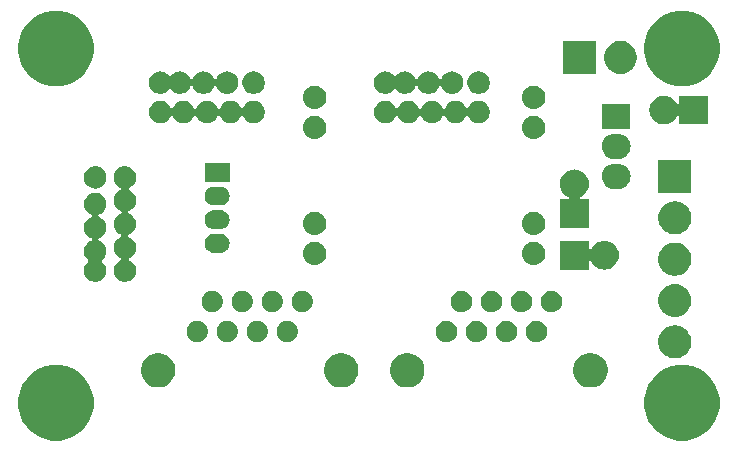
<source format=gts>
G04 #@! TF.GenerationSoftware,KiCad,Pcbnew,(5.0.2)-1*
G04 #@! TF.CreationDate,2018-12-29T22:18:37+01:00*
G04 #@! TF.ProjectId,distributor_v2_only,64697374-7269-4627-9574-6f725f76325f,rev?*
G04 #@! TF.SameCoordinates,PX5e78920PY8670810*
G04 #@! TF.FileFunction,Soldermask,Top*
G04 #@! TF.FilePolarity,Negative*
%FSLAX46Y46*%
G04 Gerber Fmt 4.6, Leading zero omitted, Abs format (unit mm)*
G04 Created by KiCad (PCBNEW (5.0.2)-1) date 29.12.2018 22:18:37*
%MOMM*%
%LPD*%
G01*
G04 APERTURE LIST*
%ADD10C,0.100000*%
G04 APERTURE END LIST*
D10*
G36*
X58373405Y7547026D02*
X58955767Y7305804D01*
X59479884Y6955600D01*
X59925600Y6509884D01*
X60275804Y5985767D01*
X60517026Y5403405D01*
X60640000Y4785174D01*
X60640000Y4154826D01*
X60517026Y3536595D01*
X60275804Y2954233D01*
X59925600Y2430116D01*
X59479884Y1984400D01*
X58955767Y1634196D01*
X58373405Y1392974D01*
X57755174Y1270000D01*
X57124826Y1270000D01*
X56506595Y1392974D01*
X55924233Y1634196D01*
X55400116Y1984400D01*
X54954400Y2430116D01*
X54604196Y2954233D01*
X54362974Y3536595D01*
X54240000Y4154826D01*
X54240000Y4785174D01*
X54362974Y5403405D01*
X54604196Y5985767D01*
X54954400Y6509884D01*
X55400116Y6955600D01*
X55924233Y7305804D01*
X56506595Y7547026D01*
X57124826Y7670000D01*
X57755174Y7670000D01*
X58373405Y7547026D01*
X58373405Y7547026D01*
G37*
G36*
X5373405Y7547026D02*
X5955767Y7305804D01*
X6479884Y6955600D01*
X6925600Y6509884D01*
X7275804Y5985767D01*
X7517026Y5403405D01*
X7640000Y4785174D01*
X7640000Y4154826D01*
X7517026Y3536595D01*
X7275804Y2954233D01*
X6925600Y2430116D01*
X6479884Y1984400D01*
X5955767Y1634196D01*
X5373405Y1392974D01*
X4755174Y1270000D01*
X4124826Y1270000D01*
X3506595Y1392974D01*
X2924233Y1634196D01*
X2400116Y1984400D01*
X1954400Y2430116D01*
X1604196Y2954233D01*
X1362974Y3536595D01*
X1240000Y4154826D01*
X1240000Y4785174D01*
X1362974Y5403405D01*
X1604196Y5985767D01*
X1954400Y6509884D01*
X2400116Y6955600D01*
X2924233Y7305804D01*
X3506595Y7547026D01*
X4124826Y7670000D01*
X4755174Y7670000D01*
X5373405Y7547026D01*
X5373405Y7547026D01*
G37*
G36*
X50112947Y8614278D02*
X50376833Y8504973D01*
X50614324Y8346287D01*
X50816287Y8144324D01*
X50974973Y7906833D01*
X51084278Y7642947D01*
X51140000Y7362814D01*
X51140000Y7077186D01*
X51084278Y6797053D01*
X50974973Y6533167D01*
X50816287Y6295676D01*
X50614324Y6093713D01*
X50376833Y5935027D01*
X50112947Y5825722D01*
X49832814Y5770000D01*
X49547186Y5770000D01*
X49267053Y5825722D01*
X49003167Y5935027D01*
X48765676Y6093713D01*
X48563713Y6295676D01*
X48405027Y6533167D01*
X48295722Y6797053D01*
X48240000Y7077186D01*
X48240000Y7362814D01*
X48295722Y7642947D01*
X48405027Y7906833D01*
X48563713Y8144324D01*
X48765676Y8346287D01*
X49003167Y8504973D01*
X49267053Y8614278D01*
X49547186Y8670000D01*
X49832814Y8670000D01*
X50112947Y8614278D01*
X50112947Y8614278D01*
G37*
G36*
X34612947Y8614278D02*
X34876833Y8504973D01*
X35114324Y8346287D01*
X35316287Y8144324D01*
X35474973Y7906833D01*
X35584278Y7642947D01*
X35640000Y7362814D01*
X35640000Y7077186D01*
X35584278Y6797053D01*
X35474973Y6533167D01*
X35316287Y6295676D01*
X35114324Y6093713D01*
X34876833Y5935027D01*
X34612947Y5825722D01*
X34332814Y5770000D01*
X34047186Y5770000D01*
X33767053Y5825722D01*
X33503167Y5935027D01*
X33265676Y6093713D01*
X33063713Y6295676D01*
X32905027Y6533167D01*
X32795722Y6797053D01*
X32740000Y7077186D01*
X32740000Y7362814D01*
X32795722Y7642947D01*
X32905027Y7906833D01*
X33063713Y8144324D01*
X33265676Y8346287D01*
X33503167Y8504973D01*
X33767053Y8614278D01*
X34047186Y8670000D01*
X34332814Y8670000D01*
X34612947Y8614278D01*
X34612947Y8614278D01*
G37*
G36*
X29012947Y8614278D02*
X29276833Y8504973D01*
X29514324Y8346287D01*
X29716287Y8144324D01*
X29874973Y7906833D01*
X29984278Y7642947D01*
X30040000Y7362814D01*
X30040000Y7077186D01*
X29984278Y6797053D01*
X29874973Y6533167D01*
X29716287Y6295676D01*
X29514324Y6093713D01*
X29276833Y5935027D01*
X29012947Y5825722D01*
X28732814Y5770000D01*
X28447186Y5770000D01*
X28167053Y5825722D01*
X27903167Y5935027D01*
X27665676Y6093713D01*
X27463713Y6295676D01*
X27305027Y6533167D01*
X27195722Y6797053D01*
X27140000Y7077186D01*
X27140000Y7362814D01*
X27195722Y7642947D01*
X27305027Y7906833D01*
X27463713Y8144324D01*
X27665676Y8346287D01*
X27903167Y8504973D01*
X28167053Y8614278D01*
X28447186Y8670000D01*
X28732814Y8670000D01*
X29012947Y8614278D01*
X29012947Y8614278D01*
G37*
G36*
X13512947Y8614278D02*
X13776833Y8504973D01*
X14014324Y8346287D01*
X14216287Y8144324D01*
X14374973Y7906833D01*
X14484278Y7642947D01*
X14540000Y7362814D01*
X14540000Y7077186D01*
X14484278Y6797053D01*
X14374973Y6533167D01*
X14216287Y6295676D01*
X14014324Y6093713D01*
X13776833Y5935027D01*
X13512947Y5825722D01*
X13232814Y5770000D01*
X12947186Y5770000D01*
X12667053Y5825722D01*
X12403167Y5935027D01*
X12165676Y6093713D01*
X11963713Y6295676D01*
X11805027Y6533167D01*
X11695722Y6797053D01*
X11640000Y7077186D01*
X11640000Y7362814D01*
X11695722Y7642947D01*
X11805027Y7906833D01*
X11963713Y8144324D01*
X12165676Y8346287D01*
X12403167Y8504973D01*
X12667053Y8614278D01*
X12947186Y8670000D01*
X13232814Y8670000D01*
X13512947Y8614278D01*
X13512947Y8614278D01*
G37*
G36*
X57104126Y11010100D02*
X57239365Y10983199D01*
X57494149Y10877664D01*
X57651506Y10772521D01*
X57723451Y10724449D01*
X57918449Y10529451D01*
X57918451Y10529448D01*
X57990675Y10421358D01*
X58071665Y10300147D01*
X58177199Y10045364D01*
X58231000Y9774889D01*
X58231000Y9499111D01*
X58177199Y9228636D01*
X58071665Y8973853D01*
X57918449Y8744549D01*
X57723451Y8549551D01*
X57723448Y8549549D01*
X57494149Y8396336D01*
X57239365Y8290801D01*
X57104127Y8263901D01*
X56968889Y8237000D01*
X56693111Y8237000D01*
X56557873Y8263901D01*
X56422635Y8290801D01*
X56167851Y8396336D01*
X55938552Y8549549D01*
X55938549Y8549551D01*
X55743551Y8744549D01*
X55590335Y8973853D01*
X55484801Y9228636D01*
X55431000Y9499111D01*
X55431000Y9774889D01*
X55484801Y10045364D01*
X55590335Y10300147D01*
X55671326Y10421358D01*
X55743549Y10529448D01*
X55743551Y10529451D01*
X55938549Y10724449D01*
X56010494Y10772521D01*
X56167851Y10877664D01*
X56422635Y10983199D01*
X56557874Y11010100D01*
X56693111Y11037000D01*
X56968889Y11037000D01*
X57104126Y11010100D01*
X57104126Y11010100D01*
G37*
G36*
X37757521Y11375414D02*
X37921309Y11307571D01*
X38068720Y11209074D01*
X38194074Y11083720D01*
X38292571Y10936309D01*
X38360414Y10772521D01*
X38395000Y10598644D01*
X38395000Y10421356D01*
X38360414Y10247479D01*
X38292571Y10083691D01*
X38194074Y9936280D01*
X38068720Y9810926D01*
X37921309Y9712429D01*
X37757521Y9644586D01*
X37583644Y9610000D01*
X37406356Y9610000D01*
X37232479Y9644586D01*
X37068691Y9712429D01*
X36921280Y9810926D01*
X36795926Y9936280D01*
X36697429Y10083691D01*
X36629586Y10247479D01*
X36595000Y10421356D01*
X36595000Y10598644D01*
X36629586Y10772521D01*
X36697429Y10936309D01*
X36795926Y11083720D01*
X36921280Y11209074D01*
X37068691Y11307571D01*
X37232479Y11375414D01*
X37406356Y11410000D01*
X37583644Y11410000D01*
X37757521Y11375414D01*
X37757521Y11375414D01*
G37*
G36*
X19197521Y11375414D02*
X19361309Y11307571D01*
X19508720Y11209074D01*
X19634074Y11083720D01*
X19732571Y10936309D01*
X19800414Y10772521D01*
X19835000Y10598644D01*
X19835000Y10421356D01*
X19800414Y10247479D01*
X19732571Y10083691D01*
X19634074Y9936280D01*
X19508720Y9810926D01*
X19361309Y9712429D01*
X19197521Y9644586D01*
X19023644Y9610000D01*
X18846356Y9610000D01*
X18672479Y9644586D01*
X18508691Y9712429D01*
X18361280Y9810926D01*
X18235926Y9936280D01*
X18137429Y10083691D01*
X18069586Y10247479D01*
X18035000Y10421356D01*
X18035000Y10598644D01*
X18069586Y10772521D01*
X18137429Y10936309D01*
X18235926Y11083720D01*
X18361280Y11209074D01*
X18508691Y11307571D01*
X18672479Y11375414D01*
X18846356Y11410000D01*
X19023644Y11410000D01*
X19197521Y11375414D01*
X19197521Y11375414D01*
G37*
G36*
X45377521Y11375414D02*
X45541309Y11307571D01*
X45688720Y11209074D01*
X45814074Y11083720D01*
X45912571Y10936309D01*
X45980414Y10772521D01*
X46015000Y10598644D01*
X46015000Y10421356D01*
X45980414Y10247479D01*
X45912571Y10083691D01*
X45814074Y9936280D01*
X45688720Y9810926D01*
X45541309Y9712429D01*
X45377521Y9644586D01*
X45203644Y9610000D01*
X45026356Y9610000D01*
X44852479Y9644586D01*
X44688691Y9712429D01*
X44541280Y9810926D01*
X44415926Y9936280D01*
X44317429Y10083691D01*
X44249586Y10247479D01*
X44215000Y10421356D01*
X44215000Y10598644D01*
X44249586Y10772521D01*
X44317429Y10936309D01*
X44415926Y11083720D01*
X44541280Y11209074D01*
X44688691Y11307571D01*
X44852479Y11375414D01*
X45026356Y11410000D01*
X45203644Y11410000D01*
X45377521Y11375414D01*
X45377521Y11375414D01*
G37*
G36*
X42837521Y11375414D02*
X43001309Y11307571D01*
X43148720Y11209074D01*
X43274074Y11083720D01*
X43372571Y10936309D01*
X43440414Y10772521D01*
X43475000Y10598644D01*
X43475000Y10421356D01*
X43440414Y10247479D01*
X43372571Y10083691D01*
X43274074Y9936280D01*
X43148720Y9810926D01*
X43001309Y9712429D01*
X42837521Y9644586D01*
X42663644Y9610000D01*
X42486356Y9610000D01*
X42312479Y9644586D01*
X42148691Y9712429D01*
X42001280Y9810926D01*
X41875926Y9936280D01*
X41777429Y10083691D01*
X41709586Y10247479D01*
X41675000Y10421356D01*
X41675000Y10598644D01*
X41709586Y10772521D01*
X41777429Y10936309D01*
X41875926Y11083720D01*
X42001280Y11209074D01*
X42148691Y11307571D01*
X42312479Y11375414D01*
X42486356Y11410000D01*
X42663644Y11410000D01*
X42837521Y11375414D01*
X42837521Y11375414D01*
G37*
G36*
X40297521Y11375414D02*
X40461309Y11307571D01*
X40608720Y11209074D01*
X40734074Y11083720D01*
X40832571Y10936309D01*
X40900414Y10772521D01*
X40935000Y10598644D01*
X40935000Y10421356D01*
X40900414Y10247479D01*
X40832571Y10083691D01*
X40734074Y9936280D01*
X40608720Y9810926D01*
X40461309Y9712429D01*
X40297521Y9644586D01*
X40123644Y9610000D01*
X39946356Y9610000D01*
X39772479Y9644586D01*
X39608691Y9712429D01*
X39461280Y9810926D01*
X39335926Y9936280D01*
X39237429Y10083691D01*
X39169586Y10247479D01*
X39135000Y10421356D01*
X39135000Y10598644D01*
X39169586Y10772521D01*
X39237429Y10936309D01*
X39335926Y11083720D01*
X39461280Y11209074D01*
X39608691Y11307571D01*
X39772479Y11375414D01*
X39946356Y11410000D01*
X40123644Y11410000D01*
X40297521Y11375414D01*
X40297521Y11375414D01*
G37*
G36*
X16657521Y11375414D02*
X16821309Y11307571D01*
X16968720Y11209074D01*
X17094074Y11083720D01*
X17192571Y10936309D01*
X17260414Y10772521D01*
X17295000Y10598644D01*
X17295000Y10421356D01*
X17260414Y10247479D01*
X17192571Y10083691D01*
X17094074Y9936280D01*
X16968720Y9810926D01*
X16821309Y9712429D01*
X16657521Y9644586D01*
X16483644Y9610000D01*
X16306356Y9610000D01*
X16132479Y9644586D01*
X15968691Y9712429D01*
X15821280Y9810926D01*
X15695926Y9936280D01*
X15597429Y10083691D01*
X15529586Y10247479D01*
X15495000Y10421356D01*
X15495000Y10598644D01*
X15529586Y10772521D01*
X15597429Y10936309D01*
X15695926Y11083720D01*
X15821280Y11209074D01*
X15968691Y11307571D01*
X16132479Y11375414D01*
X16306356Y11410000D01*
X16483644Y11410000D01*
X16657521Y11375414D01*
X16657521Y11375414D01*
G37*
G36*
X21737521Y11375414D02*
X21901309Y11307571D01*
X22048720Y11209074D01*
X22174074Y11083720D01*
X22272571Y10936309D01*
X22340414Y10772521D01*
X22375000Y10598644D01*
X22375000Y10421356D01*
X22340414Y10247479D01*
X22272571Y10083691D01*
X22174074Y9936280D01*
X22048720Y9810926D01*
X21901309Y9712429D01*
X21737521Y9644586D01*
X21563644Y9610000D01*
X21386356Y9610000D01*
X21212479Y9644586D01*
X21048691Y9712429D01*
X20901280Y9810926D01*
X20775926Y9936280D01*
X20677429Y10083691D01*
X20609586Y10247479D01*
X20575000Y10421356D01*
X20575000Y10598644D01*
X20609586Y10772521D01*
X20677429Y10936309D01*
X20775926Y11083720D01*
X20901280Y11209074D01*
X21048691Y11307571D01*
X21212479Y11375414D01*
X21386356Y11410000D01*
X21563644Y11410000D01*
X21737521Y11375414D01*
X21737521Y11375414D01*
G37*
G36*
X24277521Y11375414D02*
X24441309Y11307571D01*
X24588720Y11209074D01*
X24714074Y11083720D01*
X24812571Y10936309D01*
X24880414Y10772521D01*
X24915000Y10598644D01*
X24915000Y10421356D01*
X24880414Y10247479D01*
X24812571Y10083691D01*
X24714074Y9936280D01*
X24588720Y9810926D01*
X24441309Y9712429D01*
X24277521Y9644586D01*
X24103644Y9610000D01*
X23926356Y9610000D01*
X23752479Y9644586D01*
X23588691Y9712429D01*
X23441280Y9810926D01*
X23315926Y9936280D01*
X23217429Y10083691D01*
X23149586Y10247479D01*
X23115000Y10421356D01*
X23115000Y10598644D01*
X23149586Y10772521D01*
X23217429Y10936309D01*
X23315926Y11083720D01*
X23441280Y11209074D01*
X23588691Y11307571D01*
X23752479Y11375414D01*
X23926356Y11410000D01*
X24103644Y11410000D01*
X24277521Y11375414D01*
X24277521Y11375414D01*
G37*
G36*
X57104127Y14510099D02*
X57239365Y14483199D01*
X57494149Y14377664D01*
X57720397Y14226489D01*
X57723451Y14224449D01*
X57918449Y14029451D01*
X57918451Y14029448D01*
X58071664Y13800149D01*
X58144745Y13623717D01*
X58177199Y13545364D01*
X58231000Y13274889D01*
X58231000Y12999111D01*
X58177199Y12728636D01*
X58072672Y12476283D01*
X58071664Y12473851D01*
X57923715Y12252430D01*
X57918449Y12244549D01*
X57723451Y12049551D01*
X57723448Y12049549D01*
X57494149Y11896336D01*
X57239365Y11790801D01*
X57104126Y11763900D01*
X56968889Y11737000D01*
X56693111Y11737000D01*
X56557874Y11763900D01*
X56422635Y11790801D01*
X56167851Y11896336D01*
X55938552Y12049549D01*
X55938549Y12049551D01*
X55743551Y12244549D01*
X55738285Y12252430D01*
X55590336Y12473851D01*
X55589329Y12476283D01*
X55484801Y12728636D01*
X55431000Y12999111D01*
X55431000Y13274889D01*
X55484801Y13545364D01*
X55517256Y13623717D01*
X55590336Y13800149D01*
X55743549Y14029448D01*
X55743551Y14029451D01*
X55938549Y14224449D01*
X55941603Y14226489D01*
X56167851Y14377664D01*
X56422635Y14483199D01*
X56557873Y14510099D01*
X56693111Y14537000D01*
X56968889Y14537000D01*
X57104127Y14510099D01*
X57104127Y14510099D01*
G37*
G36*
X44107521Y13915414D02*
X44271309Y13847571D01*
X44418720Y13749074D01*
X44544074Y13623720D01*
X44642571Y13476309D01*
X44710414Y13312521D01*
X44745000Y13138644D01*
X44745000Y12961356D01*
X44710414Y12787479D01*
X44642571Y12623691D01*
X44544074Y12476280D01*
X44418720Y12350926D01*
X44271309Y12252429D01*
X44107521Y12184586D01*
X43933644Y12150000D01*
X43756356Y12150000D01*
X43582479Y12184586D01*
X43418691Y12252429D01*
X43271280Y12350926D01*
X43145926Y12476280D01*
X43047429Y12623691D01*
X42979586Y12787479D01*
X42945000Y12961356D01*
X42945000Y13138644D01*
X42979586Y13312521D01*
X43047429Y13476309D01*
X43145926Y13623720D01*
X43271280Y13749074D01*
X43418691Y13847571D01*
X43582479Y13915414D01*
X43756356Y13950000D01*
X43933644Y13950000D01*
X44107521Y13915414D01*
X44107521Y13915414D01*
G37*
G36*
X41567521Y13915414D02*
X41731309Y13847571D01*
X41878720Y13749074D01*
X42004074Y13623720D01*
X42102571Y13476309D01*
X42170414Y13312521D01*
X42205000Y13138644D01*
X42205000Y12961356D01*
X42170414Y12787479D01*
X42102571Y12623691D01*
X42004074Y12476280D01*
X41878720Y12350926D01*
X41731309Y12252429D01*
X41567521Y12184586D01*
X41393644Y12150000D01*
X41216356Y12150000D01*
X41042479Y12184586D01*
X40878691Y12252429D01*
X40731280Y12350926D01*
X40605926Y12476280D01*
X40507429Y12623691D01*
X40439586Y12787479D01*
X40405000Y12961356D01*
X40405000Y13138644D01*
X40439586Y13312521D01*
X40507429Y13476309D01*
X40605926Y13623720D01*
X40731280Y13749074D01*
X40878691Y13847571D01*
X41042479Y13915414D01*
X41216356Y13950000D01*
X41393644Y13950000D01*
X41567521Y13915414D01*
X41567521Y13915414D01*
G37*
G36*
X39027521Y13915414D02*
X39191309Y13847571D01*
X39338720Y13749074D01*
X39464074Y13623720D01*
X39562571Y13476309D01*
X39630414Y13312521D01*
X39665000Y13138644D01*
X39665000Y12961356D01*
X39630414Y12787479D01*
X39562571Y12623691D01*
X39464074Y12476280D01*
X39338720Y12350926D01*
X39191309Y12252429D01*
X39027521Y12184586D01*
X38853644Y12150000D01*
X38676356Y12150000D01*
X38502479Y12184586D01*
X38338691Y12252429D01*
X38191280Y12350926D01*
X38065926Y12476280D01*
X37967429Y12623691D01*
X37899586Y12787479D01*
X37865000Y12961356D01*
X37865000Y13138644D01*
X37899586Y13312521D01*
X37967429Y13476309D01*
X38065926Y13623720D01*
X38191280Y13749074D01*
X38338691Y13847571D01*
X38502479Y13915414D01*
X38676356Y13950000D01*
X38853644Y13950000D01*
X39027521Y13915414D01*
X39027521Y13915414D01*
G37*
G36*
X46647521Y13915414D02*
X46811309Y13847571D01*
X46958720Y13749074D01*
X47084074Y13623720D01*
X47182571Y13476309D01*
X47250414Y13312521D01*
X47285000Y13138644D01*
X47285000Y12961356D01*
X47250414Y12787479D01*
X47182571Y12623691D01*
X47084074Y12476280D01*
X46958720Y12350926D01*
X46811309Y12252429D01*
X46647521Y12184586D01*
X46473644Y12150000D01*
X46296356Y12150000D01*
X46122479Y12184586D01*
X45958691Y12252429D01*
X45811280Y12350926D01*
X45685926Y12476280D01*
X45587429Y12623691D01*
X45519586Y12787479D01*
X45485000Y12961356D01*
X45485000Y13138644D01*
X45519586Y13312521D01*
X45587429Y13476309D01*
X45685926Y13623720D01*
X45811280Y13749074D01*
X45958691Y13847571D01*
X46122479Y13915414D01*
X46296356Y13950000D01*
X46473644Y13950000D01*
X46647521Y13915414D01*
X46647521Y13915414D01*
G37*
G36*
X20467521Y13915414D02*
X20631309Y13847571D01*
X20778720Y13749074D01*
X20904074Y13623720D01*
X21002571Y13476309D01*
X21070414Y13312521D01*
X21105000Y13138644D01*
X21105000Y12961356D01*
X21070414Y12787479D01*
X21002571Y12623691D01*
X20904074Y12476280D01*
X20778720Y12350926D01*
X20631309Y12252429D01*
X20467521Y12184586D01*
X20293644Y12150000D01*
X20116356Y12150000D01*
X19942479Y12184586D01*
X19778691Y12252429D01*
X19631280Y12350926D01*
X19505926Y12476280D01*
X19407429Y12623691D01*
X19339586Y12787479D01*
X19305000Y12961356D01*
X19305000Y13138644D01*
X19339586Y13312521D01*
X19407429Y13476309D01*
X19505926Y13623720D01*
X19631280Y13749074D01*
X19778691Y13847571D01*
X19942479Y13915414D01*
X20116356Y13950000D01*
X20293644Y13950000D01*
X20467521Y13915414D01*
X20467521Y13915414D01*
G37*
G36*
X23007521Y13915414D02*
X23171309Y13847571D01*
X23318720Y13749074D01*
X23444074Y13623720D01*
X23542571Y13476309D01*
X23610414Y13312521D01*
X23645000Y13138644D01*
X23645000Y12961356D01*
X23610414Y12787479D01*
X23542571Y12623691D01*
X23444074Y12476280D01*
X23318720Y12350926D01*
X23171309Y12252429D01*
X23007521Y12184586D01*
X22833644Y12150000D01*
X22656356Y12150000D01*
X22482479Y12184586D01*
X22318691Y12252429D01*
X22171280Y12350926D01*
X22045926Y12476280D01*
X21947429Y12623691D01*
X21879586Y12787479D01*
X21845000Y12961356D01*
X21845000Y13138644D01*
X21879586Y13312521D01*
X21947429Y13476309D01*
X22045926Y13623720D01*
X22171280Y13749074D01*
X22318691Y13847571D01*
X22482479Y13915414D01*
X22656356Y13950000D01*
X22833644Y13950000D01*
X23007521Y13915414D01*
X23007521Y13915414D01*
G37*
G36*
X25547521Y13915414D02*
X25711309Y13847571D01*
X25858720Y13749074D01*
X25984074Y13623720D01*
X26082571Y13476309D01*
X26150414Y13312521D01*
X26185000Y13138644D01*
X26185000Y12961356D01*
X26150414Y12787479D01*
X26082571Y12623691D01*
X25984074Y12476280D01*
X25858720Y12350926D01*
X25711309Y12252429D01*
X25547521Y12184586D01*
X25373644Y12150000D01*
X25196356Y12150000D01*
X25022479Y12184586D01*
X24858691Y12252429D01*
X24711280Y12350926D01*
X24585926Y12476280D01*
X24487429Y12623691D01*
X24419586Y12787479D01*
X24385000Y12961356D01*
X24385000Y13138644D01*
X24419586Y13312521D01*
X24487429Y13476309D01*
X24585926Y13623720D01*
X24711280Y13749074D01*
X24858691Y13847571D01*
X25022479Y13915414D01*
X25196356Y13950000D01*
X25373644Y13950000D01*
X25547521Y13915414D01*
X25547521Y13915414D01*
G37*
G36*
X17927521Y13915414D02*
X18091309Y13847571D01*
X18238720Y13749074D01*
X18364074Y13623720D01*
X18462571Y13476309D01*
X18530414Y13312521D01*
X18565000Y13138644D01*
X18565000Y12961356D01*
X18530414Y12787479D01*
X18462571Y12623691D01*
X18364074Y12476280D01*
X18238720Y12350926D01*
X18091309Y12252429D01*
X17927521Y12184586D01*
X17753644Y12150000D01*
X17576356Y12150000D01*
X17402479Y12184586D01*
X17238691Y12252429D01*
X17091280Y12350926D01*
X16965926Y12476280D01*
X16867429Y12623691D01*
X16799586Y12787479D01*
X16765000Y12961356D01*
X16765000Y13138644D01*
X16799586Y13312521D01*
X16867429Y13476309D01*
X16965926Y13623720D01*
X17091280Y13749074D01*
X17238691Y13847571D01*
X17402479Y13915414D01*
X17576356Y13950000D01*
X17753644Y13950000D01*
X17927521Y13915414D01*
X17927521Y13915414D01*
G37*
G36*
X10405252Y24499673D02*
X10542905Y24472292D01*
X10715794Y24400679D01*
X10871390Y24296713D01*
X11003713Y24164390D01*
X11107679Y24008794D01*
X11179292Y23835905D01*
X11206673Y23698252D01*
X11215800Y23652368D01*
X11215800Y23465232D01*
X11206673Y23419348D01*
X11179292Y23281695D01*
X11107679Y23108806D01*
X11003713Y22953210D01*
X10871390Y22820887D01*
X10715794Y22716921D01*
X10673208Y22699281D01*
X10651604Y22687734D01*
X10632662Y22672188D01*
X10617116Y22653246D01*
X10605565Y22631636D01*
X10598452Y22608186D01*
X10596050Y22583800D01*
X10598452Y22559414D01*
X10605565Y22535965D01*
X10617116Y22514354D01*
X10632662Y22495412D01*
X10651604Y22479866D01*
X10673208Y22468319D01*
X10715794Y22450679D01*
X10871390Y22346713D01*
X11003713Y22214390D01*
X11107679Y22058794D01*
X11179292Y21885905D01*
X11215800Y21702367D01*
X11215800Y21515233D01*
X11179292Y21331695D01*
X11107679Y21158806D01*
X11003713Y21003210D01*
X10871390Y20870887D01*
X10715794Y20766921D01*
X10612854Y20724282D01*
X10591249Y20712733D01*
X10572307Y20697188D01*
X10556762Y20678246D01*
X10545211Y20656635D01*
X10538098Y20633186D01*
X10535696Y20608800D01*
X10538098Y20584413D01*
X10545211Y20560964D01*
X10556763Y20539353D01*
X10572308Y20520411D01*
X10591250Y20504866D01*
X10612854Y20493318D01*
X10715794Y20450679D01*
X10871390Y20346713D01*
X11003713Y20214390D01*
X11107679Y20058794D01*
X11179292Y19885905D01*
X11215800Y19702367D01*
X11215800Y19515233D01*
X11179292Y19331695D01*
X11107679Y19158806D01*
X11003713Y19003210D01*
X10871390Y18870887D01*
X10715794Y18766921D01*
X10613296Y18724465D01*
X10591689Y18712915D01*
X10572747Y18697370D01*
X10557202Y18678428D01*
X10545651Y18656817D01*
X10538538Y18633368D01*
X10536136Y18608981D01*
X10538538Y18584595D01*
X10545651Y18561146D01*
X10557203Y18539535D01*
X10572748Y18520593D01*
X10591690Y18505048D01*
X10613292Y18493501D01*
X10716674Y18450679D01*
X10872270Y18346713D01*
X11004593Y18214390D01*
X11108559Y18058794D01*
X11180172Y17885905D01*
X11192497Y17823942D01*
X11216680Y17702368D01*
X11216680Y17515232D01*
X11210304Y17483177D01*
X11180172Y17331695D01*
X11108559Y17158806D01*
X11004593Y17003210D01*
X10872270Y16870887D01*
X10716674Y16766921D01*
X10674088Y16749281D01*
X10652484Y16737734D01*
X10633542Y16722188D01*
X10617996Y16703246D01*
X10606445Y16681636D01*
X10599332Y16658186D01*
X10596930Y16633800D01*
X10599332Y16609414D01*
X10606445Y16585965D01*
X10617996Y16564354D01*
X10633542Y16545412D01*
X10652484Y16529866D01*
X10674088Y16518319D01*
X10716674Y16500679D01*
X10872270Y16396713D01*
X11004593Y16264390D01*
X11108559Y16108794D01*
X11180172Y15935905D01*
X11216680Y15752367D01*
X11216680Y15565233D01*
X11180172Y15381695D01*
X11108559Y15208806D01*
X11004593Y15053210D01*
X10872270Y14920887D01*
X10716674Y14816921D01*
X10543785Y14745308D01*
X10406132Y14717927D01*
X10360248Y14708800D01*
X10173112Y14708800D01*
X10127228Y14717927D01*
X9989575Y14745308D01*
X9816686Y14816921D01*
X9661090Y14920887D01*
X9528767Y15053210D01*
X9424801Y15208806D01*
X9353188Y15381695D01*
X9316680Y15565233D01*
X9316680Y15752367D01*
X9353188Y15935905D01*
X9424801Y16108794D01*
X9528767Y16264390D01*
X9661090Y16396713D01*
X9816686Y16500679D01*
X9859272Y16518319D01*
X9880876Y16529866D01*
X9899818Y16545412D01*
X9915364Y16564354D01*
X9926915Y16585964D01*
X9934028Y16609414D01*
X9936430Y16633800D01*
X9934028Y16658186D01*
X9926915Y16681635D01*
X9915364Y16703246D01*
X9899818Y16722188D01*
X9880876Y16737734D01*
X9859272Y16749281D01*
X9816686Y16766921D01*
X9661090Y16870887D01*
X9528767Y17003210D01*
X9424801Y17158806D01*
X9353188Y17331695D01*
X9323056Y17483177D01*
X9316680Y17515232D01*
X9316680Y17702368D01*
X9340863Y17823942D01*
X9353188Y17885905D01*
X9424801Y18058794D01*
X9528767Y18214390D01*
X9661090Y18346713D01*
X9816686Y18450679D01*
X9919184Y18493135D01*
X9940791Y18504685D01*
X9959733Y18520230D01*
X9975278Y18539172D01*
X9986829Y18560783D01*
X9993942Y18584232D01*
X9996344Y18608619D01*
X9993942Y18633005D01*
X9986829Y18656454D01*
X9975277Y18678065D01*
X9959732Y18697007D01*
X9940790Y18712552D01*
X9919188Y18724099D01*
X9815806Y18766921D01*
X9660210Y18870887D01*
X9527887Y19003210D01*
X9423921Y19158806D01*
X9352308Y19331695D01*
X9315800Y19515233D01*
X9315800Y19702367D01*
X9352308Y19885905D01*
X9423921Y20058794D01*
X9527887Y20214390D01*
X9660210Y20346713D01*
X9815806Y20450679D01*
X9918746Y20493318D01*
X9940351Y20504867D01*
X9959293Y20520412D01*
X9974838Y20539354D01*
X9986389Y20560965D01*
X9993502Y20584414D01*
X9995904Y20608800D01*
X9993502Y20633187D01*
X9986389Y20656636D01*
X9974837Y20678247D01*
X9959292Y20697189D01*
X9940350Y20712734D01*
X9918746Y20724282D01*
X9815806Y20766921D01*
X9660210Y20870887D01*
X9527887Y21003210D01*
X9423921Y21158806D01*
X9352308Y21331695D01*
X9315800Y21515233D01*
X9315800Y21702367D01*
X9352308Y21885905D01*
X9423921Y22058794D01*
X9527887Y22214390D01*
X9660210Y22346713D01*
X9815806Y22450679D01*
X9858392Y22468319D01*
X9879996Y22479866D01*
X9898938Y22495412D01*
X9914484Y22514354D01*
X9926035Y22535964D01*
X9933148Y22559414D01*
X9935550Y22583800D01*
X9933148Y22608186D01*
X9926035Y22631635D01*
X9914484Y22653246D01*
X9898938Y22672188D01*
X9879996Y22687734D01*
X9858392Y22699281D01*
X9815806Y22716921D01*
X9660210Y22820887D01*
X9527887Y22953210D01*
X9423921Y23108806D01*
X9352308Y23281695D01*
X9324927Y23419348D01*
X9315800Y23465232D01*
X9315800Y23652368D01*
X9324927Y23698252D01*
X9352308Y23835905D01*
X9423921Y24008794D01*
X9527887Y24164390D01*
X9660210Y24296713D01*
X9815806Y24400679D01*
X9988695Y24472292D01*
X10126348Y24499673D01*
X10172232Y24508800D01*
X10359368Y24508800D01*
X10405252Y24499673D01*
X10405252Y24499673D01*
G37*
G36*
X7905251Y22249673D02*
X8042905Y22222292D01*
X8215794Y22150679D01*
X8371390Y22046713D01*
X8503713Y21914390D01*
X8607679Y21758794D01*
X8679292Y21585905D01*
X8715800Y21402367D01*
X8715800Y21215233D01*
X8679292Y21031695D01*
X8607679Y20858806D01*
X8503713Y20703210D01*
X8371390Y20570887D01*
X8215794Y20466921D01*
X8112854Y20424282D01*
X8091249Y20412733D01*
X8072307Y20397188D01*
X8056762Y20378246D01*
X8045211Y20356635D01*
X8038098Y20333186D01*
X8035696Y20308800D01*
X8038098Y20284413D01*
X8045211Y20260964D01*
X8056763Y20239353D01*
X8072308Y20220411D01*
X8091250Y20204866D01*
X8112854Y20193318D01*
X8215794Y20150679D01*
X8371390Y20046713D01*
X8503713Y19914390D01*
X8607679Y19758794D01*
X8679292Y19585905D01*
X8701581Y19473851D01*
X8715800Y19402368D01*
X8715800Y19215232D01*
X8706673Y19169349D01*
X8679292Y19031695D01*
X8607679Y18858806D01*
X8503713Y18703210D01*
X8371390Y18570887D01*
X8215794Y18466921D01*
X8112854Y18424282D01*
X8091249Y18412733D01*
X8072307Y18397188D01*
X8056762Y18378246D01*
X8045211Y18356635D01*
X8038098Y18333186D01*
X8035696Y18308800D01*
X8038098Y18284413D01*
X8045211Y18260964D01*
X8056763Y18239353D01*
X8072308Y18220411D01*
X8091250Y18204866D01*
X8112854Y18193318D01*
X8215794Y18150679D01*
X8371390Y18046713D01*
X8503713Y17914390D01*
X8607679Y17758794D01*
X8679292Y17585905D01*
X8695557Y17504135D01*
X8715800Y17402368D01*
X8715800Y17215232D01*
X8711335Y17192787D01*
X8679292Y17031695D01*
X8607679Y16858806D01*
X8503713Y16703210D01*
X8372691Y16572188D01*
X8357145Y16553246D01*
X8345594Y16531635D01*
X8338481Y16508186D01*
X8336079Y16483800D01*
X8338481Y16459414D01*
X8345594Y16435965D01*
X8357145Y16414354D01*
X8372691Y16395412D01*
X8503713Y16264390D01*
X8607679Y16108794D01*
X8679292Y15935905D01*
X8715800Y15752367D01*
X8715800Y15565233D01*
X8679292Y15381695D01*
X8607679Y15208806D01*
X8503713Y15053210D01*
X8371390Y14920887D01*
X8215794Y14816921D01*
X8042905Y14745308D01*
X7905252Y14717927D01*
X7859368Y14708800D01*
X7672232Y14708800D01*
X7626348Y14717927D01*
X7488695Y14745308D01*
X7315806Y14816921D01*
X7160210Y14920887D01*
X7027887Y15053210D01*
X6923921Y15208806D01*
X6852308Y15381695D01*
X6815800Y15565233D01*
X6815800Y15752367D01*
X6852308Y15935905D01*
X6923921Y16108794D01*
X7027887Y16264390D01*
X7158909Y16395412D01*
X7174455Y16414354D01*
X7186006Y16435965D01*
X7193119Y16459414D01*
X7195521Y16483800D01*
X7193119Y16508186D01*
X7186006Y16531635D01*
X7174455Y16553246D01*
X7158909Y16572188D01*
X7027887Y16703210D01*
X6923921Y16858806D01*
X6852308Y17031695D01*
X6820265Y17192787D01*
X6815800Y17215232D01*
X6815800Y17402368D01*
X6836043Y17504135D01*
X6852308Y17585905D01*
X6923921Y17758794D01*
X7027887Y17914390D01*
X7160210Y18046713D01*
X7315806Y18150679D01*
X7418746Y18193318D01*
X7440351Y18204867D01*
X7459293Y18220412D01*
X7474838Y18239354D01*
X7486389Y18260965D01*
X7493502Y18284414D01*
X7495904Y18308800D01*
X7493502Y18333187D01*
X7486389Y18356636D01*
X7474837Y18378247D01*
X7459292Y18397189D01*
X7440350Y18412734D01*
X7418746Y18424282D01*
X7315806Y18466921D01*
X7160210Y18570887D01*
X7027887Y18703210D01*
X6923921Y18858806D01*
X6852308Y19031695D01*
X6824927Y19169349D01*
X6815800Y19215232D01*
X6815800Y19402368D01*
X6830019Y19473851D01*
X6852308Y19585905D01*
X6923921Y19758794D01*
X7027887Y19914390D01*
X7160210Y20046713D01*
X7315806Y20150679D01*
X7418746Y20193318D01*
X7440351Y20204867D01*
X7459293Y20220412D01*
X7474838Y20239354D01*
X7486389Y20260965D01*
X7493502Y20284414D01*
X7495904Y20308800D01*
X7493502Y20333187D01*
X7486389Y20356636D01*
X7474837Y20378247D01*
X7459292Y20397189D01*
X7440350Y20412734D01*
X7418746Y20424282D01*
X7315806Y20466921D01*
X7160210Y20570887D01*
X7027887Y20703210D01*
X6923921Y20858806D01*
X6852308Y21031695D01*
X6815800Y21215233D01*
X6815800Y21402367D01*
X6852308Y21585905D01*
X6923921Y21758794D01*
X7027887Y21914390D01*
X7160210Y22046713D01*
X7315806Y22150679D01*
X7488695Y22222292D01*
X7626349Y22249673D01*
X7672232Y22258800D01*
X7859368Y22258800D01*
X7905251Y22249673D01*
X7905251Y22249673D01*
G37*
G36*
X57104127Y18010099D02*
X57239365Y17983199D01*
X57405480Y17914392D01*
X57474254Y17885905D01*
X57494149Y17877664D01*
X57574549Y17823942D01*
X57723451Y17724449D01*
X57918449Y17529451D01*
X57918451Y17529448D01*
X58071664Y17300149D01*
X58177199Y17045365D01*
X58192190Y16970000D01*
X58231000Y16774889D01*
X58231000Y16499111D01*
X58214141Y16414354D01*
X58177199Y16228635D01*
X58071664Y15973851D01*
X58058427Y15954041D01*
X57918449Y15744549D01*
X57723451Y15549551D01*
X57723448Y15549549D01*
X57494149Y15396336D01*
X57239365Y15290801D01*
X57104127Y15263901D01*
X56968889Y15237000D01*
X56693111Y15237000D01*
X56557873Y15263901D01*
X56422635Y15290801D01*
X56167851Y15396336D01*
X55938552Y15549549D01*
X55938549Y15549551D01*
X55743551Y15744549D01*
X55603573Y15954041D01*
X55590336Y15973851D01*
X55484801Y16228635D01*
X55447859Y16414354D01*
X55431000Y16499111D01*
X55431000Y16774889D01*
X55469810Y16970000D01*
X55484801Y17045365D01*
X55590336Y17300149D01*
X55743549Y17529448D01*
X55743551Y17529451D01*
X55938549Y17724449D01*
X56087451Y17823942D01*
X56167851Y17877664D01*
X56187747Y17885905D01*
X56256520Y17914392D01*
X56422635Y17983199D01*
X56557873Y18010099D01*
X56693111Y18037000D01*
X56968889Y18037000D01*
X57104127Y18010099D01*
X57104127Y18010099D01*
G37*
G36*
X49556000Y17571565D02*
X49558402Y17547179D01*
X49565515Y17523730D01*
X49577066Y17502119D01*
X49592612Y17483177D01*
X49611554Y17467631D01*
X49633165Y17456080D01*
X49656614Y17448967D01*
X49681000Y17446565D01*
X49705386Y17448967D01*
X49728835Y17456080D01*
X49750446Y17467631D01*
X49769388Y17483177D01*
X49791240Y17512640D01*
X49792626Y17515233D01*
X49864041Y17648842D01*
X50015998Y17834002D01*
X50201158Y17985959D01*
X50355948Y18068696D01*
X50412405Y18098873D01*
X50488811Y18122050D01*
X50641622Y18168405D01*
X50760719Y18180135D01*
X50820267Y18186000D01*
X50939733Y18186000D01*
X50999281Y18180135D01*
X51118378Y18168405D01*
X51271189Y18122050D01*
X51347595Y18098873D01*
X51404052Y18068696D01*
X51558842Y17985959D01*
X51744002Y17834002D01*
X51895959Y17648842D01*
X51967374Y17515233D01*
X52008873Y17437595D01*
X52008873Y17437594D01*
X52078405Y17208378D01*
X52101883Y16970000D01*
X52078405Y16731622D01*
X52041147Y16608800D01*
X52008873Y16502405D01*
X51979650Y16447734D01*
X51895959Y16291158D01*
X51744002Y16105998D01*
X51558842Y15954041D01*
X51404052Y15871304D01*
X51347595Y15841127D01*
X51271189Y15817950D01*
X51118378Y15771595D01*
X50999281Y15759865D01*
X50939733Y15754000D01*
X50820267Y15754000D01*
X50760719Y15759865D01*
X50641622Y15771595D01*
X50488811Y15817950D01*
X50412405Y15841127D01*
X50355948Y15871304D01*
X50201158Y15954041D01*
X50015998Y16105998D01*
X49864041Y16291158D01*
X49791239Y16427362D01*
X49777626Y16447734D01*
X49760299Y16465061D01*
X49739924Y16478675D01*
X49717285Y16488053D01*
X49693252Y16492833D01*
X49668748Y16492833D01*
X49644714Y16488052D01*
X49622075Y16478675D01*
X49601701Y16465061D01*
X49584374Y16447734D01*
X49570760Y16427359D01*
X49561382Y16404720D01*
X49556000Y16368435D01*
X49556000Y15754000D01*
X47124000Y15754000D01*
X47124000Y18186000D01*
X49556000Y18186000D01*
X49556000Y17571565D01*
X49556000Y17571565D01*
G37*
G36*
X45077830Y18105131D02*
X45077833Y18105130D01*
X45077834Y18105130D01*
X45266335Y18047949D01*
X45266337Y18047948D01*
X45440060Y17955091D01*
X45592328Y17830128D01*
X45717291Y17677860D01*
X45793990Y17534366D01*
X45810149Y17504135D01*
X45841020Y17402367D01*
X45867331Y17315630D01*
X45886638Y17119600D01*
X45867331Y16923570D01*
X45867330Y16923567D01*
X45867330Y16923566D01*
X45810959Y16737734D01*
X45810148Y16735063D01*
X45717291Y16561340D01*
X45592328Y16409072D01*
X45440060Y16284109D01*
X45266337Y16191252D01*
X45266335Y16191251D01*
X45077834Y16134070D01*
X45077833Y16134070D01*
X45077830Y16134069D01*
X44930924Y16119600D01*
X44832676Y16119600D01*
X44685770Y16134069D01*
X44685767Y16134070D01*
X44685766Y16134070D01*
X44497265Y16191251D01*
X44497263Y16191252D01*
X44323540Y16284109D01*
X44171272Y16409072D01*
X44046309Y16561340D01*
X43953452Y16735063D01*
X43952642Y16737734D01*
X43896270Y16923566D01*
X43896270Y16923567D01*
X43896269Y16923570D01*
X43876962Y17119600D01*
X43896269Y17315630D01*
X43922580Y17402367D01*
X43953451Y17504135D01*
X43969610Y17534366D01*
X44046309Y17677860D01*
X44171272Y17830128D01*
X44323540Y17955091D01*
X44497263Y18047948D01*
X44497265Y18047949D01*
X44685766Y18105130D01*
X44685767Y18105130D01*
X44685770Y18105131D01*
X44832676Y18119600D01*
X44930924Y18119600D01*
X45077830Y18105131D01*
X45077830Y18105131D01*
G37*
G36*
X26535830Y18105131D02*
X26535833Y18105130D01*
X26535834Y18105130D01*
X26724335Y18047949D01*
X26724337Y18047948D01*
X26898060Y17955091D01*
X27050328Y17830128D01*
X27175291Y17677860D01*
X27251990Y17534366D01*
X27268149Y17504135D01*
X27299020Y17402367D01*
X27325331Y17315630D01*
X27344638Y17119600D01*
X27325331Y16923570D01*
X27325330Y16923567D01*
X27325330Y16923566D01*
X27268959Y16737734D01*
X27268148Y16735063D01*
X27175291Y16561340D01*
X27050328Y16409072D01*
X26898060Y16284109D01*
X26724337Y16191252D01*
X26724335Y16191251D01*
X26535834Y16134070D01*
X26535833Y16134070D01*
X26535830Y16134069D01*
X26388924Y16119600D01*
X26290676Y16119600D01*
X26143770Y16134069D01*
X26143767Y16134070D01*
X26143766Y16134070D01*
X25955265Y16191251D01*
X25955263Y16191252D01*
X25781540Y16284109D01*
X25629272Y16409072D01*
X25504309Y16561340D01*
X25411452Y16735063D01*
X25410642Y16737734D01*
X25354270Y16923566D01*
X25354270Y16923567D01*
X25354269Y16923570D01*
X25334962Y17119600D01*
X25354269Y17315630D01*
X25380580Y17402367D01*
X25411451Y17504135D01*
X25427610Y17534366D01*
X25504309Y17677860D01*
X25629272Y17830128D01*
X25781540Y17955091D01*
X25955263Y18047948D01*
X25955265Y18047949D01*
X26143766Y18105130D01*
X26143767Y18105130D01*
X26143770Y18105131D01*
X26290676Y18119600D01*
X26388924Y18119600D01*
X26535830Y18105131D01*
X26535830Y18105131D01*
G37*
G36*
X18491708Y18768533D02*
X18642403Y18722820D01*
X18781284Y18648586D01*
X18903015Y18548685D01*
X19002916Y18426954D01*
X19077150Y18288073D01*
X19122863Y18137378D01*
X19138298Y17980660D01*
X19122863Y17823942D01*
X19077150Y17673247D01*
X19002916Y17534366D01*
X18903015Y17412635D01*
X18781284Y17312734D01*
X18642403Y17238500D01*
X18491708Y17192787D01*
X18374263Y17181220D01*
X17795337Y17181220D01*
X17677892Y17192787D01*
X17527197Y17238500D01*
X17388316Y17312734D01*
X17266585Y17412635D01*
X17166684Y17534366D01*
X17092450Y17673247D01*
X17046737Y17823942D01*
X17031302Y17980660D01*
X17046737Y18137378D01*
X17092450Y18288073D01*
X17166684Y18426954D01*
X17266585Y18548685D01*
X17388316Y18648586D01*
X17527197Y18722820D01*
X17677892Y18768533D01*
X17795337Y18780100D01*
X18374263Y18780100D01*
X18491708Y18768533D01*
X18491708Y18768533D01*
G37*
G36*
X45077830Y20645131D02*
X45077833Y20645130D01*
X45077834Y20645130D01*
X45266335Y20587949D01*
X45266337Y20587948D01*
X45440060Y20495091D01*
X45592328Y20370128D01*
X45717291Y20217860D01*
X45717292Y20217858D01*
X45810149Y20044135D01*
X45858147Y19885905D01*
X45867331Y19855630D01*
X45886638Y19659600D01*
X45867331Y19463570D01*
X45867330Y19463567D01*
X45867330Y19463566D01*
X45848766Y19402367D01*
X45810148Y19275063D01*
X45717291Y19101340D01*
X45592328Y18949072D01*
X45440060Y18824109D01*
X45440058Y18824108D01*
X45266335Y18731251D01*
X45077834Y18674070D01*
X45077833Y18674070D01*
X45077830Y18674069D01*
X44930924Y18659600D01*
X44832676Y18659600D01*
X44685770Y18674069D01*
X44685767Y18674070D01*
X44685766Y18674070D01*
X44497265Y18731251D01*
X44323542Y18824108D01*
X44323540Y18824109D01*
X44171272Y18949072D01*
X44046309Y19101340D01*
X43953452Y19275063D01*
X43914835Y19402367D01*
X43896270Y19463566D01*
X43896270Y19463567D01*
X43896269Y19463570D01*
X43876962Y19659600D01*
X43896269Y19855630D01*
X43905453Y19885905D01*
X43953451Y20044135D01*
X44046308Y20217858D01*
X44046309Y20217860D01*
X44171272Y20370128D01*
X44323540Y20495091D01*
X44497263Y20587948D01*
X44497265Y20587949D01*
X44685766Y20645130D01*
X44685767Y20645130D01*
X44685770Y20645131D01*
X44832676Y20659600D01*
X44930924Y20659600D01*
X45077830Y20645131D01*
X45077830Y20645131D01*
G37*
G36*
X26535830Y20645131D02*
X26535833Y20645130D01*
X26535834Y20645130D01*
X26724335Y20587949D01*
X26724337Y20587948D01*
X26898060Y20495091D01*
X27050328Y20370128D01*
X27175291Y20217860D01*
X27175292Y20217858D01*
X27268149Y20044135D01*
X27316147Y19885905D01*
X27325331Y19855630D01*
X27344638Y19659600D01*
X27325331Y19463570D01*
X27325330Y19463567D01*
X27325330Y19463566D01*
X27306766Y19402367D01*
X27268148Y19275063D01*
X27175291Y19101340D01*
X27050328Y18949072D01*
X26898060Y18824109D01*
X26898058Y18824108D01*
X26724335Y18731251D01*
X26535834Y18674070D01*
X26535833Y18674070D01*
X26535830Y18674069D01*
X26388924Y18659600D01*
X26290676Y18659600D01*
X26143770Y18674069D01*
X26143767Y18674070D01*
X26143766Y18674070D01*
X25955265Y18731251D01*
X25781542Y18824108D01*
X25781540Y18824109D01*
X25629272Y18949072D01*
X25504309Y19101340D01*
X25411452Y19275063D01*
X25372835Y19402367D01*
X25354270Y19463566D01*
X25354270Y19463567D01*
X25354269Y19463570D01*
X25334962Y19659600D01*
X25354269Y19855630D01*
X25363453Y19885905D01*
X25411451Y20044135D01*
X25504308Y20217858D01*
X25504309Y20217860D01*
X25629272Y20370128D01*
X25781540Y20495091D01*
X25955263Y20587948D01*
X25955265Y20587949D01*
X26143766Y20645130D01*
X26143767Y20645130D01*
X26143770Y20645131D01*
X26290676Y20659600D01*
X26388924Y20659600D01*
X26535830Y20645131D01*
X26535830Y20645131D01*
G37*
G36*
X57078319Y21515233D02*
X57239365Y21483199D01*
X57494149Y21377664D01*
X57562946Y21331695D01*
X57723451Y21224449D01*
X57918449Y21029451D01*
X57918451Y21029448D01*
X58032471Y20858806D01*
X58071665Y20800147D01*
X58102575Y20725523D01*
X58177199Y20545365D01*
X58185255Y20504866D01*
X58229106Y20284413D01*
X58231000Y20274888D01*
X58231000Y19999112D01*
X58177199Y19728635D01*
X58071664Y19473851D01*
X58030080Y19411616D01*
X57918449Y19244549D01*
X57723451Y19049551D01*
X57723448Y19049549D01*
X57494149Y18896336D01*
X57239365Y18790801D01*
X57185567Y18780100D01*
X56968889Y18737000D01*
X56693111Y18737000D01*
X56476433Y18780100D01*
X56422635Y18790801D01*
X56167851Y18896336D01*
X55938552Y19049549D01*
X55938549Y19049551D01*
X55743551Y19244549D01*
X55631920Y19411616D01*
X55590336Y19473851D01*
X55484801Y19728635D01*
X55431000Y19999112D01*
X55431000Y20274888D01*
X55432895Y20284413D01*
X55476745Y20504866D01*
X55484801Y20545365D01*
X55559425Y20725523D01*
X55590335Y20800147D01*
X55629530Y20858806D01*
X55743549Y21029448D01*
X55743551Y21029451D01*
X55938549Y21224449D01*
X56099054Y21331695D01*
X56167851Y21377664D01*
X56422635Y21483199D01*
X56583681Y21515233D01*
X56693111Y21537000D01*
X56968889Y21537000D01*
X57078319Y21515233D01*
X57078319Y21515233D01*
G37*
G36*
X18491708Y20767513D02*
X18642403Y20721800D01*
X18781284Y20647566D01*
X18903015Y20547665D01*
X19002916Y20425934D01*
X19077150Y20287053D01*
X19122863Y20136358D01*
X19138298Y19979640D01*
X19122863Y19822922D01*
X19077150Y19672227D01*
X19002916Y19533346D01*
X18903015Y19411615D01*
X18781284Y19311714D01*
X18642403Y19237480D01*
X18491708Y19191767D01*
X18374263Y19180200D01*
X17795337Y19180200D01*
X17677892Y19191767D01*
X17527197Y19237480D01*
X17388316Y19311714D01*
X17266585Y19411615D01*
X17166684Y19533346D01*
X17092450Y19672227D01*
X17046737Y19822922D01*
X17031302Y19979640D01*
X17046737Y20136358D01*
X17092450Y20287053D01*
X17166684Y20425934D01*
X17266585Y20547665D01*
X17388316Y20647566D01*
X17527197Y20721800D01*
X17677892Y20767513D01*
X17795337Y20779080D01*
X18374263Y20779080D01*
X18491708Y20767513D01*
X18491708Y20767513D01*
G37*
G36*
X48459281Y24220135D02*
X48578378Y24208405D01*
X48723469Y24164392D01*
X48807595Y24138873D01*
X48864052Y24108696D01*
X49018842Y24025959D01*
X49204002Y23874002D01*
X49355959Y23688842D01*
X49438696Y23534052D01*
X49468873Y23477595D01*
X49468873Y23477594D01*
X49538405Y23248378D01*
X49561883Y23010000D01*
X49538405Y22771622D01*
X49512958Y22687734D01*
X49468873Y22542405D01*
X49465430Y22535964D01*
X49355959Y22331158D01*
X49204002Y22145998D01*
X49018842Y21994041D01*
X48882640Y21921240D01*
X48862266Y21907626D01*
X48844939Y21890299D01*
X48831325Y21869924D01*
X48821947Y21847285D01*
X48817167Y21823252D01*
X48817167Y21798748D01*
X48821948Y21774714D01*
X48831325Y21752075D01*
X48844939Y21731701D01*
X48862266Y21714374D01*
X48882641Y21700760D01*
X48905280Y21691382D01*
X48941565Y21686000D01*
X49556000Y21686000D01*
X49556000Y19254000D01*
X47124000Y19254000D01*
X47124000Y21686000D01*
X47738435Y21686000D01*
X47762821Y21688402D01*
X47786270Y21695515D01*
X47807881Y21707066D01*
X47826823Y21722612D01*
X47842369Y21741554D01*
X47853920Y21763165D01*
X47861033Y21786614D01*
X47863435Y21811000D01*
X47861033Y21835386D01*
X47853920Y21858835D01*
X47842369Y21880446D01*
X47826823Y21899388D01*
X47797360Y21921240D01*
X47661158Y21994041D01*
X47475998Y22145998D01*
X47324041Y22331158D01*
X47214570Y22535964D01*
X47211127Y22542405D01*
X47167042Y22687734D01*
X47141595Y22771622D01*
X47118117Y23010000D01*
X47141595Y23248378D01*
X47211127Y23477594D01*
X47211127Y23477595D01*
X47241304Y23534052D01*
X47324041Y23688842D01*
X47475998Y23874002D01*
X47661158Y24025959D01*
X47815948Y24108696D01*
X47872405Y24138873D01*
X47956531Y24164392D01*
X48101622Y24208405D01*
X48220719Y24220135D01*
X48280267Y24226000D01*
X48399733Y24226000D01*
X48459281Y24220135D01*
X48459281Y24220135D01*
G37*
G36*
X18491708Y22769033D02*
X18642403Y22723320D01*
X18781284Y22649086D01*
X18903015Y22549185D01*
X19002916Y22427454D01*
X19077150Y22288573D01*
X19122863Y22137878D01*
X19138298Y21981160D01*
X19122863Y21824442D01*
X19077150Y21673747D01*
X19002916Y21534866D01*
X18903015Y21413135D01*
X18781284Y21313234D01*
X18642403Y21239000D01*
X18491708Y21193287D01*
X18374263Y21181720D01*
X17795337Y21181720D01*
X17677892Y21193287D01*
X17527197Y21239000D01*
X17388316Y21313234D01*
X17266585Y21413135D01*
X17166684Y21534866D01*
X17092450Y21673747D01*
X17046737Y21824442D01*
X17031302Y21981160D01*
X17046737Y22137878D01*
X17092450Y22288573D01*
X17166684Y22427454D01*
X17266585Y22549185D01*
X17388316Y22649086D01*
X17527197Y22723320D01*
X17677892Y22769033D01*
X17795337Y22780600D01*
X18374263Y22780600D01*
X18491708Y22769033D01*
X18491708Y22769033D01*
G37*
G36*
X58231000Y22237000D02*
X55431000Y22237000D01*
X55431000Y25037000D01*
X58231000Y25037000D01*
X58231000Y22237000D01*
X58231000Y22237000D01*
G37*
G36*
X52227703Y24695611D02*
X52428191Y24634793D01*
X52612964Y24536031D01*
X52774918Y24403118D01*
X52907831Y24241164D01*
X53006593Y24056391D01*
X53067411Y23855903D01*
X53087946Y23647400D01*
X53067411Y23438897D01*
X53006593Y23238409D01*
X52907831Y23053636D01*
X52774918Y22891682D01*
X52612964Y22758769D01*
X52428191Y22660007D01*
X52227703Y22599189D01*
X52071451Y22583800D01*
X51662149Y22583800D01*
X51505897Y22599189D01*
X51305409Y22660007D01*
X51120636Y22758769D01*
X50958682Y22891682D01*
X50825769Y23053636D01*
X50727007Y23238409D01*
X50666189Y23438897D01*
X50645654Y23647400D01*
X50666189Y23855903D01*
X50727007Y24056391D01*
X50825769Y24241164D01*
X50958682Y24403118D01*
X51120636Y24536031D01*
X51305409Y24634793D01*
X51505897Y24695611D01*
X51662149Y24711000D01*
X52071451Y24711000D01*
X52227703Y24695611D01*
X52227703Y24695611D01*
G37*
G36*
X7905252Y24499673D02*
X8042905Y24472292D01*
X8215794Y24400679D01*
X8371390Y24296713D01*
X8503713Y24164390D01*
X8607679Y24008794D01*
X8679292Y23835905D01*
X8706673Y23698252D01*
X8715800Y23652368D01*
X8715800Y23465232D01*
X8706673Y23419348D01*
X8679292Y23281695D01*
X8607679Y23108806D01*
X8503713Y22953210D01*
X8371390Y22820887D01*
X8215794Y22716921D01*
X8042905Y22645308D01*
X7905251Y22617927D01*
X7859368Y22608800D01*
X7672232Y22608800D01*
X7626349Y22617927D01*
X7488695Y22645308D01*
X7315806Y22716921D01*
X7160210Y22820887D01*
X7027887Y22953210D01*
X6923921Y23108806D01*
X6852308Y23281695D01*
X6824927Y23419348D01*
X6815800Y23465232D01*
X6815800Y23652368D01*
X6824927Y23698252D01*
X6852308Y23835905D01*
X6923921Y24008794D01*
X7027887Y24164390D01*
X7160210Y24296713D01*
X7315806Y24400679D01*
X7488695Y24472292D01*
X7626348Y24499673D01*
X7672232Y24508800D01*
X7859368Y24508800D01*
X7905252Y24499673D01*
X7905252Y24499673D01*
G37*
G36*
X19134430Y23183240D02*
X17035170Y23183240D01*
X17035170Y24782120D01*
X19134430Y24782120D01*
X19134430Y23183240D01*
X19134430Y23183240D01*
G37*
G36*
X52227703Y27235611D02*
X52428191Y27174793D01*
X52612964Y27076031D01*
X52774918Y26943118D01*
X52907831Y26781164D01*
X53006593Y26596391D01*
X53067411Y26395903D01*
X53087946Y26187400D01*
X53067411Y25978897D01*
X53006593Y25778409D01*
X52907831Y25593636D01*
X52774918Y25431682D01*
X52612964Y25298769D01*
X52428191Y25200007D01*
X52227703Y25139189D01*
X52071451Y25123800D01*
X51662149Y25123800D01*
X51505897Y25139189D01*
X51305409Y25200007D01*
X51120636Y25298769D01*
X50958682Y25431682D01*
X50825769Y25593636D01*
X50727007Y25778409D01*
X50666189Y25978897D01*
X50645654Y26187400D01*
X50666189Y26395903D01*
X50727007Y26596391D01*
X50825769Y26781164D01*
X50958682Y26943118D01*
X51120636Y27076031D01*
X51305409Y27174793D01*
X51505897Y27235611D01*
X51662149Y27251000D01*
X52071451Y27251000D01*
X52227703Y27235611D01*
X52227703Y27235611D01*
G37*
G36*
X26535830Y28773131D02*
X26535833Y28773130D01*
X26535834Y28773130D01*
X26724335Y28715949D01*
X26724337Y28715948D01*
X26898060Y28623091D01*
X27050328Y28498128D01*
X27175291Y28345860D01*
X27268148Y28172137D01*
X27268149Y28172135D01*
X27325330Y27983634D01*
X27325331Y27983630D01*
X27344638Y27787600D01*
X27325331Y27591570D01*
X27268148Y27403063D01*
X27175291Y27229340D01*
X27050328Y27077072D01*
X26898060Y26952109D01*
X26898058Y26952108D01*
X26724335Y26859251D01*
X26535834Y26802070D01*
X26535833Y26802070D01*
X26535830Y26802069D01*
X26388924Y26787600D01*
X26290676Y26787600D01*
X26143770Y26802069D01*
X26143767Y26802070D01*
X26143766Y26802070D01*
X25955265Y26859251D01*
X25781542Y26952108D01*
X25781540Y26952109D01*
X25629272Y27077072D01*
X25504309Y27229340D01*
X25411452Y27403063D01*
X25354269Y27591570D01*
X25334962Y27787600D01*
X25354269Y27983630D01*
X25354270Y27983634D01*
X25411451Y28172135D01*
X25411452Y28172137D01*
X25504309Y28345860D01*
X25629272Y28498128D01*
X25781540Y28623091D01*
X25955263Y28715948D01*
X25955265Y28715949D01*
X26143766Y28773130D01*
X26143767Y28773130D01*
X26143770Y28773131D01*
X26290676Y28787600D01*
X26388924Y28787600D01*
X26535830Y28773131D01*
X26535830Y28773131D01*
G37*
G36*
X45077830Y28773131D02*
X45077833Y28773130D01*
X45077834Y28773130D01*
X45266335Y28715949D01*
X45266337Y28715948D01*
X45440060Y28623091D01*
X45592328Y28498128D01*
X45717291Y28345860D01*
X45810148Y28172137D01*
X45810149Y28172135D01*
X45867330Y27983634D01*
X45867331Y27983630D01*
X45886638Y27787600D01*
X45867331Y27591570D01*
X45810148Y27403063D01*
X45717291Y27229340D01*
X45592328Y27077072D01*
X45440060Y26952109D01*
X45440058Y26952108D01*
X45266335Y26859251D01*
X45077834Y26802070D01*
X45077833Y26802070D01*
X45077830Y26802069D01*
X44930924Y26787600D01*
X44832676Y26787600D01*
X44685770Y26802069D01*
X44685767Y26802070D01*
X44685766Y26802070D01*
X44497265Y26859251D01*
X44323542Y26952108D01*
X44323540Y26952109D01*
X44171272Y27077072D01*
X44046309Y27229340D01*
X43953452Y27403063D01*
X43896269Y27591570D01*
X43876962Y27787600D01*
X43896269Y27983630D01*
X43896270Y27983634D01*
X43953451Y28172135D01*
X43953452Y28172137D01*
X44046309Y28345860D01*
X44171272Y28498128D01*
X44323540Y28623091D01*
X44497263Y28715948D01*
X44497265Y28715949D01*
X44685766Y28773130D01*
X44685767Y28773130D01*
X44685770Y28773131D01*
X44832676Y28787600D01*
X44930924Y28787600D01*
X45077830Y28773131D01*
X45077830Y28773131D01*
G37*
G36*
X53082800Y27663800D02*
X50650800Y27663800D01*
X50650800Y29791000D01*
X53082800Y29791000D01*
X53082800Y27663800D01*
X53082800Y27663800D01*
G37*
G36*
X56019281Y30480135D02*
X56138378Y30468405D01*
X56291189Y30422050D01*
X56367595Y30398873D01*
X56424052Y30368696D01*
X56578842Y30285959D01*
X56764002Y30134002D01*
X56915959Y29948842D01*
X56988760Y29812640D01*
X57002374Y29792266D01*
X57019701Y29774939D01*
X57040076Y29761325D01*
X57062715Y29751947D01*
X57086748Y29747167D01*
X57111252Y29747167D01*
X57135286Y29751948D01*
X57157925Y29761325D01*
X57178299Y29774939D01*
X57195626Y29792266D01*
X57209240Y29812641D01*
X57218618Y29835280D01*
X57224000Y29871565D01*
X57224000Y30486000D01*
X59656000Y30486000D01*
X59656000Y28054000D01*
X57224000Y28054000D01*
X57224000Y28668435D01*
X57221598Y28692821D01*
X57214485Y28716270D01*
X57202934Y28737881D01*
X57187388Y28756823D01*
X57168446Y28772369D01*
X57146835Y28783920D01*
X57123386Y28791033D01*
X57099000Y28793435D01*
X57074614Y28791033D01*
X57051165Y28783920D01*
X57029554Y28772369D01*
X57010612Y28756823D01*
X56988761Y28727361D01*
X56915959Y28591158D01*
X56764002Y28405998D01*
X56578842Y28254041D01*
X56425610Y28172137D01*
X56367595Y28141127D01*
X56291189Y28117950D01*
X56138378Y28071595D01*
X56019281Y28059865D01*
X55959733Y28054000D01*
X55840267Y28054000D01*
X55780719Y28059865D01*
X55661622Y28071595D01*
X55508811Y28117950D01*
X55432405Y28141127D01*
X55374390Y28172137D01*
X55221158Y28254041D01*
X55035998Y28405998D01*
X54884041Y28591158D01*
X54797583Y28752910D01*
X54771127Y28802405D01*
X54747950Y28878811D01*
X54701595Y29031622D01*
X54678117Y29270000D01*
X54701595Y29508378D01*
X54771127Y29737594D01*
X54771127Y29737595D01*
X54811240Y29812641D01*
X54884041Y29948842D01*
X55035998Y30134002D01*
X55221158Y30285959D01*
X55375948Y30368696D01*
X55432405Y30398873D01*
X55508811Y30422050D01*
X55661622Y30468405D01*
X55780719Y30480135D01*
X55840267Y30486000D01*
X55959733Y30486000D01*
X56019281Y30480135D01*
X56019281Y30480135D01*
G37*
G36*
X17360652Y30019673D02*
X17498305Y29992292D01*
X17671194Y29920679D01*
X17826790Y29816713D01*
X17959113Y29684390D01*
X18063079Y29528794D01*
X18105718Y29425854D01*
X18117267Y29404249D01*
X18132812Y29385307D01*
X18151754Y29369762D01*
X18173365Y29358211D01*
X18196814Y29351098D01*
X18221200Y29348696D01*
X18245587Y29351098D01*
X18269036Y29358211D01*
X18290647Y29369763D01*
X18309589Y29385308D01*
X18325134Y29404250D01*
X18336682Y29425854D01*
X18379321Y29528794D01*
X18483287Y29684390D01*
X18615610Y29816713D01*
X18771206Y29920679D01*
X18944095Y29992292D01*
X19081748Y30019673D01*
X19127632Y30028800D01*
X19314768Y30028800D01*
X19360652Y30019673D01*
X19498305Y29992292D01*
X19671194Y29920679D01*
X19826790Y29816713D01*
X19959113Y29684390D01*
X20063079Y29528794D01*
X20080719Y29486208D01*
X20092266Y29464604D01*
X20107812Y29445662D01*
X20126754Y29430116D01*
X20148364Y29418565D01*
X20171814Y29411452D01*
X20196200Y29409050D01*
X20220586Y29411452D01*
X20244035Y29418565D01*
X20265646Y29430116D01*
X20284588Y29445662D01*
X20300134Y29464604D01*
X20311681Y29486208D01*
X20329321Y29528794D01*
X20433287Y29684390D01*
X20565610Y29816713D01*
X20721206Y29920679D01*
X20894095Y29992292D01*
X21031748Y30019673D01*
X21077632Y30028800D01*
X21264768Y30028800D01*
X21310652Y30019673D01*
X21448305Y29992292D01*
X21621194Y29920679D01*
X21776790Y29816713D01*
X21909113Y29684390D01*
X22013079Y29528794D01*
X22084692Y29355905D01*
X22121200Y29172367D01*
X22121200Y28985233D01*
X22084692Y28801695D01*
X22013079Y28628806D01*
X21909113Y28473210D01*
X21776790Y28340887D01*
X21621194Y28236921D01*
X21448305Y28165308D01*
X21326739Y28141127D01*
X21264768Y28128800D01*
X21077632Y28128800D01*
X21015661Y28141127D01*
X20894095Y28165308D01*
X20721206Y28236921D01*
X20565610Y28340887D01*
X20433287Y28473210D01*
X20329321Y28628806D01*
X20311681Y28671392D01*
X20300134Y28692996D01*
X20284588Y28711938D01*
X20265646Y28727484D01*
X20244036Y28739035D01*
X20220586Y28746148D01*
X20196200Y28748550D01*
X20171814Y28746148D01*
X20148365Y28739035D01*
X20126754Y28727484D01*
X20107812Y28711938D01*
X20092266Y28692996D01*
X20080719Y28671392D01*
X20063079Y28628806D01*
X19959113Y28473210D01*
X19826790Y28340887D01*
X19671194Y28236921D01*
X19498305Y28165308D01*
X19376739Y28141127D01*
X19314768Y28128800D01*
X19127632Y28128800D01*
X19065661Y28141127D01*
X18944095Y28165308D01*
X18771206Y28236921D01*
X18615610Y28340887D01*
X18483287Y28473210D01*
X18379321Y28628806D01*
X18336682Y28731746D01*
X18325133Y28753351D01*
X18309588Y28772293D01*
X18290646Y28787838D01*
X18269035Y28799389D01*
X18245586Y28806502D01*
X18221200Y28808904D01*
X18196813Y28806502D01*
X18173364Y28799389D01*
X18151753Y28787837D01*
X18132811Y28772292D01*
X18117266Y28753350D01*
X18105718Y28731746D01*
X18063079Y28628806D01*
X17959113Y28473210D01*
X17826790Y28340887D01*
X17671194Y28236921D01*
X17498305Y28165308D01*
X17376739Y28141127D01*
X17314768Y28128800D01*
X17127632Y28128800D01*
X17065661Y28141127D01*
X16944095Y28165308D01*
X16771206Y28236921D01*
X16615610Y28340887D01*
X16483287Y28473210D01*
X16379321Y28628806D01*
X16336865Y28731304D01*
X16325315Y28752911D01*
X16309770Y28771853D01*
X16290828Y28787398D01*
X16269217Y28798949D01*
X16245768Y28806062D01*
X16221381Y28808464D01*
X16196995Y28806062D01*
X16173546Y28798949D01*
X16151935Y28787397D01*
X16132993Y28771852D01*
X16117448Y28752910D01*
X16105901Y28731308D01*
X16063079Y28627926D01*
X15959113Y28472330D01*
X15826790Y28340007D01*
X15671194Y28236041D01*
X15498305Y28164428D01*
X15381163Y28141127D01*
X15314768Y28127920D01*
X15127632Y28127920D01*
X15061237Y28141127D01*
X14944095Y28164428D01*
X14771206Y28236041D01*
X14615610Y28340007D01*
X14483287Y28472330D01*
X14379321Y28627926D01*
X14361681Y28670512D01*
X14350134Y28692116D01*
X14334588Y28711058D01*
X14315646Y28726604D01*
X14294036Y28738155D01*
X14270586Y28745268D01*
X14246200Y28747670D01*
X14221814Y28745268D01*
X14198365Y28738155D01*
X14176754Y28726604D01*
X14157812Y28711058D01*
X14142266Y28692116D01*
X14130719Y28670512D01*
X14113079Y28627926D01*
X14009113Y28472330D01*
X13876790Y28340007D01*
X13721194Y28236041D01*
X13548305Y28164428D01*
X13431163Y28141127D01*
X13364768Y28127920D01*
X13177632Y28127920D01*
X13111237Y28141127D01*
X12994095Y28164428D01*
X12821206Y28236041D01*
X12665610Y28340007D01*
X12533287Y28472330D01*
X12429321Y28627926D01*
X12357708Y28800815D01*
X12321200Y28984353D01*
X12321200Y29171487D01*
X12357708Y29355025D01*
X12429321Y29527914D01*
X12533287Y29683510D01*
X12665610Y29815833D01*
X12821206Y29919799D01*
X12994095Y29991412D01*
X13131748Y30018793D01*
X13177632Y30027920D01*
X13364768Y30027920D01*
X13410652Y30018793D01*
X13548305Y29991412D01*
X13721194Y29919799D01*
X13876790Y29815833D01*
X14009113Y29683510D01*
X14113079Y29527914D01*
X14130719Y29485328D01*
X14142266Y29463724D01*
X14157812Y29444782D01*
X14176754Y29429236D01*
X14198364Y29417685D01*
X14221814Y29410572D01*
X14246200Y29408170D01*
X14270586Y29410572D01*
X14294035Y29417685D01*
X14315646Y29429236D01*
X14334588Y29444782D01*
X14350134Y29463724D01*
X14361681Y29485328D01*
X14379321Y29527914D01*
X14483287Y29683510D01*
X14615610Y29815833D01*
X14771206Y29919799D01*
X14944095Y29991412D01*
X15081748Y30018793D01*
X15127632Y30027920D01*
X15314768Y30027920D01*
X15360652Y30018793D01*
X15498305Y29991412D01*
X15671194Y29919799D01*
X15826790Y29815833D01*
X15959113Y29683510D01*
X16063079Y29527914D01*
X16105351Y29425860D01*
X16105533Y29425420D01*
X16117085Y29403809D01*
X16132630Y29384867D01*
X16151572Y29369322D01*
X16173183Y29357771D01*
X16196632Y29350658D01*
X16221019Y29348256D01*
X16245405Y29350658D01*
X16268854Y29357771D01*
X16290465Y29369323D01*
X16309407Y29384868D01*
X16324952Y29403810D01*
X16336499Y29425412D01*
X16379321Y29528794D01*
X16483287Y29684390D01*
X16615610Y29816713D01*
X16771206Y29920679D01*
X16944095Y29992292D01*
X17081748Y30019673D01*
X17127632Y30028800D01*
X17314768Y30028800D01*
X17360652Y30019673D01*
X17360652Y30019673D01*
G37*
G36*
X36410652Y30019673D02*
X36548305Y29992292D01*
X36721194Y29920679D01*
X36876790Y29816713D01*
X37009113Y29684390D01*
X37113079Y29528794D01*
X37155718Y29425854D01*
X37167267Y29404249D01*
X37182812Y29385307D01*
X37201754Y29369762D01*
X37223365Y29358211D01*
X37246814Y29351098D01*
X37271200Y29348696D01*
X37295587Y29351098D01*
X37319036Y29358211D01*
X37340647Y29369763D01*
X37359589Y29385308D01*
X37375134Y29404250D01*
X37386682Y29425854D01*
X37429321Y29528794D01*
X37533287Y29684390D01*
X37665610Y29816713D01*
X37821206Y29920679D01*
X37994095Y29992292D01*
X38131748Y30019673D01*
X38177632Y30028800D01*
X38364768Y30028800D01*
X38410652Y30019673D01*
X38548305Y29992292D01*
X38721194Y29920679D01*
X38876790Y29816713D01*
X39009113Y29684390D01*
X39113079Y29528794D01*
X39130719Y29486208D01*
X39142266Y29464604D01*
X39157812Y29445662D01*
X39176754Y29430116D01*
X39198364Y29418565D01*
X39221814Y29411452D01*
X39246200Y29409050D01*
X39270586Y29411452D01*
X39294035Y29418565D01*
X39315646Y29430116D01*
X39334588Y29445662D01*
X39350134Y29464604D01*
X39361681Y29486208D01*
X39379321Y29528794D01*
X39483287Y29684390D01*
X39615610Y29816713D01*
X39771206Y29920679D01*
X39944095Y29992292D01*
X40081748Y30019673D01*
X40127632Y30028800D01*
X40314768Y30028800D01*
X40360652Y30019673D01*
X40498305Y29992292D01*
X40671194Y29920679D01*
X40826790Y29816713D01*
X40959113Y29684390D01*
X41063079Y29528794D01*
X41134692Y29355905D01*
X41171200Y29172367D01*
X41171200Y28985233D01*
X41134692Y28801695D01*
X41063079Y28628806D01*
X40959113Y28473210D01*
X40826790Y28340887D01*
X40671194Y28236921D01*
X40498305Y28165308D01*
X40376739Y28141127D01*
X40314768Y28128800D01*
X40127632Y28128800D01*
X40065661Y28141127D01*
X39944095Y28165308D01*
X39771206Y28236921D01*
X39615610Y28340887D01*
X39483287Y28473210D01*
X39379321Y28628806D01*
X39361681Y28671392D01*
X39350134Y28692996D01*
X39334588Y28711938D01*
X39315646Y28727484D01*
X39294036Y28739035D01*
X39270586Y28746148D01*
X39246200Y28748550D01*
X39221814Y28746148D01*
X39198365Y28739035D01*
X39176754Y28727484D01*
X39157812Y28711938D01*
X39142266Y28692996D01*
X39130719Y28671392D01*
X39113079Y28628806D01*
X39009113Y28473210D01*
X38876790Y28340887D01*
X38721194Y28236921D01*
X38548305Y28165308D01*
X38426739Y28141127D01*
X38364768Y28128800D01*
X38177632Y28128800D01*
X38115661Y28141127D01*
X37994095Y28165308D01*
X37821206Y28236921D01*
X37665610Y28340887D01*
X37533287Y28473210D01*
X37429321Y28628806D01*
X37386682Y28731746D01*
X37375133Y28753351D01*
X37359588Y28772293D01*
X37340646Y28787838D01*
X37319035Y28799389D01*
X37295586Y28806502D01*
X37271200Y28808904D01*
X37246813Y28806502D01*
X37223364Y28799389D01*
X37201753Y28787837D01*
X37182811Y28772292D01*
X37167266Y28753350D01*
X37155718Y28731746D01*
X37113079Y28628806D01*
X37009113Y28473210D01*
X36876790Y28340887D01*
X36721194Y28236921D01*
X36548305Y28165308D01*
X36426739Y28141127D01*
X36364768Y28128800D01*
X36177632Y28128800D01*
X36115661Y28141127D01*
X35994095Y28165308D01*
X35821206Y28236921D01*
X35665610Y28340887D01*
X35533287Y28473210D01*
X35429321Y28628806D01*
X35386865Y28731304D01*
X35375315Y28752911D01*
X35359770Y28771853D01*
X35340828Y28787398D01*
X35319217Y28798949D01*
X35295768Y28806062D01*
X35271381Y28808464D01*
X35246995Y28806062D01*
X35223546Y28798949D01*
X35201935Y28787397D01*
X35182993Y28771852D01*
X35167448Y28752910D01*
X35155901Y28731308D01*
X35113079Y28627926D01*
X35009113Y28472330D01*
X34876790Y28340007D01*
X34721194Y28236041D01*
X34548305Y28164428D01*
X34431163Y28141127D01*
X34364768Y28127920D01*
X34177632Y28127920D01*
X34111237Y28141127D01*
X33994095Y28164428D01*
X33821206Y28236041D01*
X33665610Y28340007D01*
X33533287Y28472330D01*
X33429321Y28627926D01*
X33411681Y28670512D01*
X33400134Y28692116D01*
X33384588Y28711058D01*
X33365646Y28726604D01*
X33344036Y28738155D01*
X33320586Y28745268D01*
X33296200Y28747670D01*
X33271814Y28745268D01*
X33248365Y28738155D01*
X33226754Y28726604D01*
X33207812Y28711058D01*
X33192266Y28692116D01*
X33180719Y28670512D01*
X33163079Y28627926D01*
X33059113Y28472330D01*
X32926790Y28340007D01*
X32771194Y28236041D01*
X32598305Y28164428D01*
X32481163Y28141127D01*
X32414768Y28127920D01*
X32227632Y28127920D01*
X32161237Y28141127D01*
X32044095Y28164428D01*
X31871206Y28236041D01*
X31715610Y28340007D01*
X31583287Y28472330D01*
X31479321Y28627926D01*
X31407708Y28800815D01*
X31371200Y28984353D01*
X31371200Y29171487D01*
X31407708Y29355025D01*
X31479321Y29527914D01*
X31583287Y29683510D01*
X31715610Y29815833D01*
X31871206Y29919799D01*
X32044095Y29991412D01*
X32181748Y30018793D01*
X32227632Y30027920D01*
X32414768Y30027920D01*
X32460652Y30018793D01*
X32598305Y29991412D01*
X32771194Y29919799D01*
X32926790Y29815833D01*
X33059113Y29683510D01*
X33163079Y29527914D01*
X33180719Y29485328D01*
X33192266Y29463724D01*
X33207812Y29444782D01*
X33226754Y29429236D01*
X33248364Y29417685D01*
X33271814Y29410572D01*
X33296200Y29408170D01*
X33320586Y29410572D01*
X33344035Y29417685D01*
X33365646Y29429236D01*
X33384588Y29444782D01*
X33400134Y29463724D01*
X33411681Y29485328D01*
X33429321Y29527914D01*
X33533287Y29683510D01*
X33665610Y29815833D01*
X33821206Y29919799D01*
X33994095Y29991412D01*
X34131748Y30018793D01*
X34177632Y30027920D01*
X34364768Y30027920D01*
X34410652Y30018793D01*
X34548305Y29991412D01*
X34721194Y29919799D01*
X34876790Y29815833D01*
X35009113Y29683510D01*
X35113079Y29527914D01*
X35155351Y29425860D01*
X35155533Y29425420D01*
X35167085Y29403809D01*
X35182630Y29384867D01*
X35201572Y29369322D01*
X35223183Y29357771D01*
X35246632Y29350658D01*
X35271019Y29348256D01*
X35295405Y29350658D01*
X35318854Y29357771D01*
X35340465Y29369323D01*
X35359407Y29384868D01*
X35374952Y29403810D01*
X35386499Y29425412D01*
X35429321Y29528794D01*
X35533287Y29684390D01*
X35665610Y29816713D01*
X35821206Y29920679D01*
X35994095Y29992292D01*
X36131748Y30019673D01*
X36177632Y30028800D01*
X36364768Y30028800D01*
X36410652Y30019673D01*
X36410652Y30019673D01*
G37*
G36*
X26535830Y31313131D02*
X26535833Y31313130D01*
X26535834Y31313130D01*
X26724335Y31255949D01*
X26724337Y31255948D01*
X26898060Y31163091D01*
X27050328Y31038128D01*
X27175291Y30885860D01*
X27199330Y30840887D01*
X27268149Y30712135D01*
X27293428Y30628800D01*
X27325331Y30523630D01*
X27344638Y30327600D01*
X27325331Y30131570D01*
X27325330Y30131567D01*
X27325330Y30131566D01*
X27269902Y29948843D01*
X27268148Y29943063D01*
X27175291Y29769340D01*
X27050328Y29617072D01*
X26898060Y29492109D01*
X26724337Y29399252D01*
X26724335Y29399251D01*
X26535834Y29342070D01*
X26535833Y29342070D01*
X26535830Y29342069D01*
X26388924Y29327600D01*
X26290676Y29327600D01*
X26143770Y29342069D01*
X26143767Y29342070D01*
X26143766Y29342070D01*
X25955265Y29399251D01*
X25955263Y29399252D01*
X25781540Y29492109D01*
X25629272Y29617072D01*
X25504309Y29769340D01*
X25411452Y29943063D01*
X25409699Y29948843D01*
X25354270Y30131566D01*
X25354270Y30131567D01*
X25354269Y30131570D01*
X25334962Y30327600D01*
X25354269Y30523630D01*
X25386172Y30628800D01*
X25411451Y30712135D01*
X25480270Y30840887D01*
X25504309Y30885860D01*
X25629272Y31038128D01*
X25781540Y31163091D01*
X25955263Y31255948D01*
X25955265Y31255949D01*
X26143766Y31313130D01*
X26143767Y31313130D01*
X26143770Y31313131D01*
X26290676Y31327600D01*
X26388924Y31327600D01*
X26535830Y31313131D01*
X26535830Y31313131D01*
G37*
G36*
X45077830Y31313131D02*
X45077833Y31313130D01*
X45077834Y31313130D01*
X45266335Y31255949D01*
X45266337Y31255948D01*
X45440060Y31163091D01*
X45592328Y31038128D01*
X45717291Y30885860D01*
X45741330Y30840887D01*
X45810149Y30712135D01*
X45835428Y30628800D01*
X45867331Y30523630D01*
X45886638Y30327600D01*
X45867331Y30131570D01*
X45867330Y30131567D01*
X45867330Y30131566D01*
X45811902Y29948843D01*
X45810148Y29943063D01*
X45717291Y29769340D01*
X45592328Y29617072D01*
X45440060Y29492109D01*
X45266337Y29399252D01*
X45266335Y29399251D01*
X45077834Y29342070D01*
X45077833Y29342070D01*
X45077830Y29342069D01*
X44930924Y29327600D01*
X44832676Y29327600D01*
X44685770Y29342069D01*
X44685767Y29342070D01*
X44685766Y29342070D01*
X44497265Y29399251D01*
X44497263Y29399252D01*
X44323540Y29492109D01*
X44171272Y29617072D01*
X44046309Y29769340D01*
X43953452Y29943063D01*
X43951699Y29948843D01*
X43896270Y30131566D01*
X43896270Y30131567D01*
X43896269Y30131570D01*
X43876962Y30327600D01*
X43896269Y30523630D01*
X43928172Y30628800D01*
X43953451Y30712135D01*
X44022270Y30840887D01*
X44046309Y30885860D01*
X44171272Y31038128D01*
X44323540Y31163091D01*
X44497263Y31255948D01*
X44497265Y31255949D01*
X44685766Y31313130D01*
X44685767Y31313130D01*
X44685770Y31313131D01*
X44832676Y31327600D01*
X44930924Y31327600D01*
X45077830Y31313131D01*
X45077830Y31313131D01*
G37*
G36*
X13410652Y32519673D02*
X13548305Y32492292D01*
X13721194Y32420679D01*
X13876790Y32316713D01*
X14007812Y32185691D01*
X14026754Y32170145D01*
X14048365Y32158594D01*
X14071814Y32151481D01*
X14096200Y32149079D01*
X14120586Y32151481D01*
X14144035Y32158594D01*
X14165646Y32170145D01*
X14184588Y32185691D01*
X14315610Y32316713D01*
X14471206Y32420679D01*
X14644095Y32492292D01*
X14781748Y32519673D01*
X14827632Y32528800D01*
X15014768Y32528800D01*
X15060652Y32519673D01*
X15198305Y32492292D01*
X15371194Y32420679D01*
X15526790Y32316713D01*
X15659113Y32184390D01*
X15763079Y32028794D01*
X15805718Y31925854D01*
X15817267Y31904249D01*
X15832812Y31885307D01*
X15851754Y31869762D01*
X15873365Y31858211D01*
X15896814Y31851098D01*
X15921200Y31848696D01*
X15945587Y31851098D01*
X15969036Y31858211D01*
X15990647Y31869763D01*
X16009589Y31885308D01*
X16025134Y31904250D01*
X16036682Y31925854D01*
X16079321Y32028794D01*
X16183287Y32184390D01*
X16315610Y32316713D01*
X16471206Y32420679D01*
X16644095Y32492292D01*
X16781748Y32519673D01*
X16827632Y32528800D01*
X17014768Y32528800D01*
X17060652Y32519673D01*
X17198305Y32492292D01*
X17371194Y32420679D01*
X17526790Y32316713D01*
X17659113Y32184390D01*
X17763079Y32028794D01*
X17805718Y31925854D01*
X17817267Y31904249D01*
X17832812Y31885307D01*
X17851754Y31869762D01*
X17873365Y31858211D01*
X17896814Y31851098D01*
X17921200Y31848696D01*
X17945587Y31851098D01*
X17969036Y31858211D01*
X17990647Y31869763D01*
X18009589Y31885308D01*
X18025134Y31904250D01*
X18036682Y31925854D01*
X18079321Y32028794D01*
X18183287Y32184390D01*
X18315610Y32316713D01*
X18471206Y32420679D01*
X18644095Y32492292D01*
X18781748Y32519673D01*
X18827632Y32528800D01*
X19014768Y32528800D01*
X19060652Y32519673D01*
X19198305Y32492292D01*
X19371194Y32420679D01*
X19526790Y32316713D01*
X19659113Y32184390D01*
X19763079Y32028794D01*
X19834692Y31855905D01*
X19871200Y31672367D01*
X19871200Y31485233D01*
X19834692Y31301695D01*
X19763079Y31128806D01*
X19659113Y30973210D01*
X19526790Y30840887D01*
X19371194Y30736921D01*
X19198305Y30665308D01*
X19060652Y30637927D01*
X19014768Y30628800D01*
X18827632Y30628800D01*
X18781748Y30637927D01*
X18644095Y30665308D01*
X18471206Y30736921D01*
X18315610Y30840887D01*
X18183287Y30973210D01*
X18079321Y31128806D01*
X18036682Y31231746D01*
X18025133Y31253351D01*
X18009588Y31272293D01*
X17990646Y31287838D01*
X17969035Y31299389D01*
X17945586Y31306502D01*
X17921200Y31308904D01*
X17896813Y31306502D01*
X17873364Y31299389D01*
X17851753Y31287837D01*
X17832811Y31272292D01*
X17817266Y31253350D01*
X17805718Y31231746D01*
X17763079Y31128806D01*
X17659113Y30973210D01*
X17526790Y30840887D01*
X17371194Y30736921D01*
X17198305Y30665308D01*
X17060652Y30637927D01*
X17014768Y30628800D01*
X16827632Y30628800D01*
X16781748Y30637927D01*
X16644095Y30665308D01*
X16471206Y30736921D01*
X16315610Y30840887D01*
X16183287Y30973210D01*
X16079321Y31128806D01*
X16036682Y31231746D01*
X16025133Y31253351D01*
X16009588Y31272293D01*
X15990646Y31287838D01*
X15969035Y31299389D01*
X15945586Y31306502D01*
X15921200Y31308904D01*
X15896813Y31306502D01*
X15873364Y31299389D01*
X15851753Y31287837D01*
X15832811Y31272292D01*
X15817266Y31253350D01*
X15805718Y31231746D01*
X15763079Y31128806D01*
X15659113Y30973210D01*
X15526790Y30840887D01*
X15371194Y30736921D01*
X15198305Y30665308D01*
X15060652Y30637927D01*
X15014768Y30628800D01*
X14827632Y30628800D01*
X14781748Y30637927D01*
X14644095Y30665308D01*
X14471206Y30736921D01*
X14315610Y30840887D01*
X14184588Y30971909D01*
X14165646Y30987455D01*
X14144035Y30999006D01*
X14120586Y31006119D01*
X14096200Y31008521D01*
X14071814Y31006119D01*
X14048365Y30999006D01*
X14026754Y30987455D01*
X14007812Y30971909D01*
X13876790Y30840887D01*
X13721194Y30736921D01*
X13548305Y30665308D01*
X13410652Y30637927D01*
X13364768Y30628800D01*
X13177632Y30628800D01*
X13131748Y30637927D01*
X12994095Y30665308D01*
X12821206Y30736921D01*
X12665610Y30840887D01*
X12533287Y30973210D01*
X12429321Y31128806D01*
X12357708Y31301695D01*
X12321200Y31485233D01*
X12321200Y31672367D01*
X12357708Y31855905D01*
X12429321Y32028794D01*
X12533287Y32184390D01*
X12665610Y32316713D01*
X12821206Y32420679D01*
X12994095Y32492292D01*
X13131748Y32519673D01*
X13177632Y32528800D01*
X13364768Y32528800D01*
X13410652Y32519673D01*
X13410652Y32519673D01*
G37*
G36*
X21310652Y32519673D02*
X21448305Y32492292D01*
X21621194Y32420679D01*
X21776790Y32316713D01*
X21909113Y32184390D01*
X22013079Y32028794D01*
X22084692Y31855905D01*
X22121200Y31672367D01*
X22121200Y31485233D01*
X22084692Y31301695D01*
X22013079Y31128806D01*
X21909113Y30973210D01*
X21776790Y30840887D01*
X21621194Y30736921D01*
X21448305Y30665308D01*
X21310652Y30637927D01*
X21264768Y30628800D01*
X21077632Y30628800D01*
X21031748Y30637927D01*
X20894095Y30665308D01*
X20721206Y30736921D01*
X20565610Y30840887D01*
X20433287Y30973210D01*
X20329321Y31128806D01*
X20257708Y31301695D01*
X20221200Y31485233D01*
X20221200Y31672367D01*
X20257708Y31855905D01*
X20329321Y32028794D01*
X20433287Y32184390D01*
X20565610Y32316713D01*
X20721206Y32420679D01*
X20894095Y32492292D01*
X21031748Y32519673D01*
X21077632Y32528800D01*
X21264768Y32528800D01*
X21310652Y32519673D01*
X21310652Y32519673D01*
G37*
G36*
X32460652Y32519673D02*
X32598305Y32492292D01*
X32771194Y32420679D01*
X32926790Y32316713D01*
X33057812Y32185691D01*
X33076754Y32170145D01*
X33098365Y32158594D01*
X33121814Y32151481D01*
X33146200Y32149079D01*
X33170586Y32151481D01*
X33194035Y32158594D01*
X33215646Y32170145D01*
X33234588Y32185691D01*
X33365610Y32316713D01*
X33521206Y32420679D01*
X33694095Y32492292D01*
X33831748Y32519673D01*
X33877632Y32528800D01*
X34064768Y32528800D01*
X34110652Y32519673D01*
X34248305Y32492292D01*
X34421194Y32420679D01*
X34576790Y32316713D01*
X34709113Y32184390D01*
X34813079Y32028794D01*
X34855718Y31925854D01*
X34867267Y31904249D01*
X34882812Y31885307D01*
X34901754Y31869762D01*
X34923365Y31858211D01*
X34946814Y31851098D01*
X34971200Y31848696D01*
X34995587Y31851098D01*
X35019036Y31858211D01*
X35040647Y31869763D01*
X35059589Y31885308D01*
X35075134Y31904250D01*
X35086682Y31925854D01*
X35129321Y32028794D01*
X35233287Y32184390D01*
X35365610Y32316713D01*
X35521206Y32420679D01*
X35694095Y32492292D01*
X35831748Y32519673D01*
X35877632Y32528800D01*
X36064768Y32528800D01*
X36110652Y32519673D01*
X36248305Y32492292D01*
X36421194Y32420679D01*
X36576790Y32316713D01*
X36709113Y32184390D01*
X36813079Y32028794D01*
X36855718Y31925854D01*
X36867267Y31904249D01*
X36882812Y31885307D01*
X36901754Y31869762D01*
X36923365Y31858211D01*
X36946814Y31851098D01*
X36971200Y31848696D01*
X36995587Y31851098D01*
X37019036Y31858211D01*
X37040647Y31869763D01*
X37059589Y31885308D01*
X37075134Y31904250D01*
X37086682Y31925854D01*
X37129321Y32028794D01*
X37233287Y32184390D01*
X37365610Y32316713D01*
X37521206Y32420679D01*
X37694095Y32492292D01*
X37831748Y32519673D01*
X37877632Y32528800D01*
X38064768Y32528800D01*
X38110652Y32519673D01*
X38248305Y32492292D01*
X38421194Y32420679D01*
X38576790Y32316713D01*
X38709113Y32184390D01*
X38813079Y32028794D01*
X38884692Y31855905D01*
X38921200Y31672367D01*
X38921200Y31485233D01*
X38884692Y31301695D01*
X38813079Y31128806D01*
X38709113Y30973210D01*
X38576790Y30840887D01*
X38421194Y30736921D01*
X38248305Y30665308D01*
X38110652Y30637927D01*
X38064768Y30628800D01*
X37877632Y30628800D01*
X37831748Y30637927D01*
X37694095Y30665308D01*
X37521206Y30736921D01*
X37365610Y30840887D01*
X37233287Y30973210D01*
X37129321Y31128806D01*
X37086682Y31231746D01*
X37075133Y31253351D01*
X37059588Y31272293D01*
X37040646Y31287838D01*
X37019035Y31299389D01*
X36995586Y31306502D01*
X36971200Y31308904D01*
X36946813Y31306502D01*
X36923364Y31299389D01*
X36901753Y31287837D01*
X36882811Y31272292D01*
X36867266Y31253350D01*
X36855718Y31231746D01*
X36813079Y31128806D01*
X36709113Y30973210D01*
X36576790Y30840887D01*
X36421194Y30736921D01*
X36248305Y30665308D01*
X36110652Y30637927D01*
X36064768Y30628800D01*
X35877632Y30628800D01*
X35831748Y30637927D01*
X35694095Y30665308D01*
X35521206Y30736921D01*
X35365610Y30840887D01*
X35233287Y30973210D01*
X35129321Y31128806D01*
X35086682Y31231746D01*
X35075133Y31253351D01*
X35059588Y31272293D01*
X35040646Y31287838D01*
X35019035Y31299389D01*
X34995586Y31306502D01*
X34971200Y31308904D01*
X34946813Y31306502D01*
X34923364Y31299389D01*
X34901753Y31287837D01*
X34882811Y31272292D01*
X34867266Y31253350D01*
X34855718Y31231746D01*
X34813079Y31128806D01*
X34709113Y30973210D01*
X34576790Y30840887D01*
X34421194Y30736921D01*
X34248305Y30665308D01*
X34110652Y30637927D01*
X34064768Y30628800D01*
X33877632Y30628800D01*
X33831748Y30637927D01*
X33694095Y30665308D01*
X33521206Y30736921D01*
X33365610Y30840887D01*
X33234588Y30971909D01*
X33215646Y30987455D01*
X33194035Y30999006D01*
X33170586Y31006119D01*
X33146200Y31008521D01*
X33121814Y31006119D01*
X33098365Y30999006D01*
X33076754Y30987455D01*
X33057812Y30971909D01*
X32926790Y30840887D01*
X32771194Y30736921D01*
X32598305Y30665308D01*
X32460652Y30637927D01*
X32414768Y30628800D01*
X32227632Y30628800D01*
X32181748Y30637927D01*
X32044095Y30665308D01*
X31871206Y30736921D01*
X31715610Y30840887D01*
X31583287Y30973210D01*
X31479321Y31128806D01*
X31407708Y31301695D01*
X31371200Y31485233D01*
X31371200Y31672367D01*
X31407708Y31855905D01*
X31479321Y32028794D01*
X31583287Y32184390D01*
X31715610Y32316713D01*
X31871206Y32420679D01*
X32044095Y32492292D01*
X32181748Y32519673D01*
X32227632Y32528800D01*
X32414768Y32528800D01*
X32460652Y32519673D01*
X32460652Y32519673D01*
G37*
G36*
X40360652Y32519673D02*
X40498305Y32492292D01*
X40671194Y32420679D01*
X40826790Y32316713D01*
X40959113Y32184390D01*
X41063079Y32028794D01*
X41134692Y31855905D01*
X41171200Y31672367D01*
X41171200Y31485233D01*
X41134692Y31301695D01*
X41063079Y31128806D01*
X40959113Y30973210D01*
X40826790Y30840887D01*
X40671194Y30736921D01*
X40498305Y30665308D01*
X40360652Y30637927D01*
X40314768Y30628800D01*
X40127632Y30628800D01*
X40081748Y30637927D01*
X39944095Y30665308D01*
X39771206Y30736921D01*
X39615610Y30840887D01*
X39483287Y30973210D01*
X39379321Y31128806D01*
X39307708Y31301695D01*
X39271200Y31485233D01*
X39271200Y31672367D01*
X39307708Y31855905D01*
X39379321Y32028794D01*
X39483287Y32184390D01*
X39615610Y32316713D01*
X39771206Y32420679D01*
X39944095Y32492292D01*
X40081748Y32519673D01*
X40127632Y32528800D01*
X40314768Y32528800D01*
X40360652Y32519673D01*
X40360652Y32519673D01*
G37*
G36*
X58373405Y37547026D02*
X58955767Y37305804D01*
X59479884Y36955600D01*
X59925600Y36509884D01*
X60275804Y35985767D01*
X60517026Y35403405D01*
X60640000Y34785174D01*
X60640000Y34154826D01*
X60517026Y33536595D01*
X60275804Y32954233D01*
X59925600Y32430116D01*
X59479884Y31984400D01*
X58955767Y31634196D01*
X58373405Y31392974D01*
X57755174Y31270000D01*
X57124826Y31270000D01*
X56506595Y31392974D01*
X55924233Y31634196D01*
X55400116Y31984400D01*
X54954400Y32430116D01*
X54604196Y32954233D01*
X54362974Y33536595D01*
X54240000Y34154826D01*
X54240000Y34785174D01*
X54362974Y35403405D01*
X54604196Y35985767D01*
X54954400Y36509884D01*
X55400116Y36955600D01*
X55924233Y37305804D01*
X56506595Y37547026D01*
X57124826Y37670000D01*
X57755174Y37670000D01*
X58373405Y37547026D01*
X58373405Y37547026D01*
G37*
G36*
X5373405Y37547026D02*
X5955767Y37305804D01*
X6479884Y36955600D01*
X6925600Y36509884D01*
X7275804Y35985767D01*
X7517026Y35403405D01*
X7640000Y34785174D01*
X7640000Y34154826D01*
X7517026Y33536595D01*
X7275804Y32954233D01*
X6925600Y32430116D01*
X6479884Y31984400D01*
X5955767Y31634196D01*
X5373405Y31392974D01*
X4755174Y31270000D01*
X4124826Y31270000D01*
X3506595Y31392974D01*
X2924233Y31634196D01*
X2400116Y31984400D01*
X1954400Y32430116D01*
X1604196Y32954233D01*
X1362974Y33536595D01*
X1240000Y34154826D01*
X1240000Y34785174D01*
X1362974Y35403405D01*
X1604196Y35985767D01*
X1954400Y36509884D01*
X2400116Y36955600D01*
X2924233Y37305804D01*
X3506595Y37547026D01*
X4124826Y37670000D01*
X4755174Y37670000D01*
X5373405Y37547026D01*
X5373405Y37547026D01*
G37*
G36*
X52505626Y35090100D02*
X52640865Y35063199D01*
X52895649Y34957664D01*
X53121897Y34806489D01*
X53124951Y34804449D01*
X53319949Y34609451D01*
X53319951Y34609448D01*
X53473164Y34380149D01*
X53578699Y34125365D01*
X53632500Y33854888D01*
X53632500Y33579112D01*
X53578699Y33308635D01*
X53473164Y33053851D01*
X53321989Y32827603D01*
X53319949Y32824549D01*
X53124951Y32629551D01*
X53124948Y32629549D01*
X52895649Y32476336D01*
X52640865Y32370801D01*
X52505627Y32343901D01*
X52370389Y32317000D01*
X52094611Y32317000D01*
X51959373Y32343901D01*
X51824135Y32370801D01*
X51569351Y32476336D01*
X51340052Y32629549D01*
X51340049Y32629551D01*
X51145051Y32824549D01*
X51143011Y32827603D01*
X50991836Y33053851D01*
X50886301Y33308635D01*
X50832500Y33579112D01*
X50832500Y33854888D01*
X50886301Y34125365D01*
X50991836Y34380149D01*
X51145049Y34609448D01*
X51145051Y34609451D01*
X51340049Y34804449D01*
X51343103Y34806489D01*
X51569351Y34957664D01*
X51824135Y35063199D01*
X51959374Y35090100D01*
X52094611Y35117000D01*
X52370389Y35117000D01*
X52505626Y35090100D01*
X52505626Y35090100D01*
G37*
G36*
X50132500Y32317000D02*
X47332500Y32317000D01*
X47332500Y35117000D01*
X50132500Y35117000D01*
X50132500Y32317000D01*
X50132500Y32317000D01*
G37*
M02*

</source>
